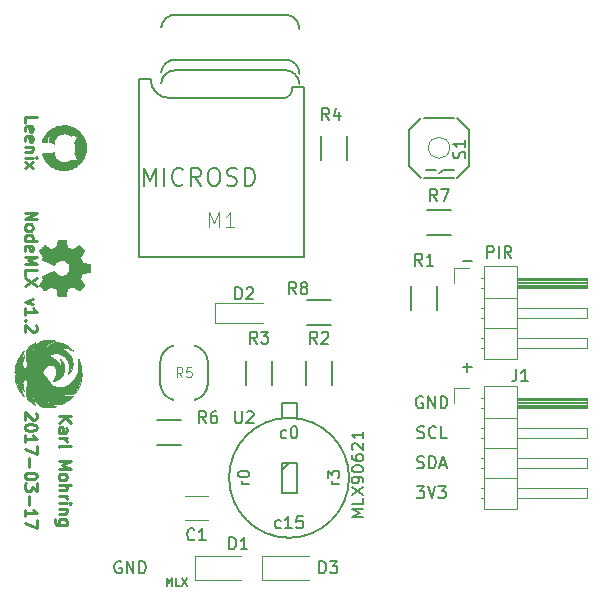
<source format=gto>
G04 #@! TF.FileFunction,Legend,Top*
%FSLAX46Y46*%
G04 Gerber Fmt 4.6, Leading zero omitted, Abs format (unit mm)*
G04 Created by KiCad (PCBNEW 4.0.5) date 04/16/17 14:29:44*
%MOMM*%
%LPD*%
G01*
G04 APERTURE LIST*
%ADD10C,0.100000*%
%ADD11C,0.250000*%
%ADD12C,0.200000*%
%ADD13C,0.120000*%
%ADD14C,0.150000*%
%ADD15C,0.203200*%
%ADD16C,0.127000*%
%ADD17C,0.101600*%
%ADD18C,0.010000*%
%ADD19C,0.076200*%
G04 APERTURE END LIST*
D10*
D11*
X19547619Y-28357143D02*
X19547619Y-27880952D01*
X20547619Y-27880952D01*
X19595238Y-29071429D02*
X19547619Y-28976191D01*
X19547619Y-28785714D01*
X19595238Y-28690476D01*
X19690476Y-28642857D01*
X20071429Y-28642857D01*
X20166667Y-28690476D01*
X20214286Y-28785714D01*
X20214286Y-28976191D01*
X20166667Y-29071429D01*
X20071429Y-29119048D01*
X19976190Y-29119048D01*
X19880952Y-28642857D01*
X19595238Y-29928572D02*
X19547619Y-29833334D01*
X19547619Y-29642857D01*
X19595238Y-29547619D01*
X19690476Y-29500000D01*
X20071429Y-29500000D01*
X20166667Y-29547619D01*
X20214286Y-29642857D01*
X20214286Y-29833334D01*
X20166667Y-29928572D01*
X20071429Y-29976191D01*
X19976190Y-29976191D01*
X19880952Y-29500000D01*
X20214286Y-30404762D02*
X19547619Y-30404762D01*
X20119048Y-30404762D02*
X20166667Y-30452381D01*
X20214286Y-30547619D01*
X20214286Y-30690477D01*
X20166667Y-30785715D01*
X20071429Y-30833334D01*
X19547619Y-30833334D01*
X19547619Y-31309524D02*
X20214286Y-31309524D01*
X20547619Y-31309524D02*
X20500000Y-31261905D01*
X20452381Y-31309524D01*
X20500000Y-31357143D01*
X20547619Y-31309524D01*
X20452381Y-31309524D01*
X19547619Y-31690476D02*
X20214286Y-32214286D01*
X20214286Y-31690476D02*
X19547619Y-32214286D01*
X20452381Y-52927857D02*
X20500000Y-52975476D01*
X20547619Y-53070714D01*
X20547619Y-53308810D01*
X20500000Y-53404048D01*
X20452381Y-53451667D01*
X20357143Y-53499286D01*
X20261905Y-53499286D01*
X20119048Y-53451667D01*
X19547619Y-52880238D01*
X19547619Y-53499286D01*
X20547619Y-54118333D02*
X20547619Y-54213572D01*
X20500000Y-54308810D01*
X20452381Y-54356429D01*
X20357143Y-54404048D01*
X20166667Y-54451667D01*
X19928571Y-54451667D01*
X19738095Y-54404048D01*
X19642857Y-54356429D01*
X19595238Y-54308810D01*
X19547619Y-54213572D01*
X19547619Y-54118333D01*
X19595238Y-54023095D01*
X19642857Y-53975476D01*
X19738095Y-53927857D01*
X19928571Y-53880238D01*
X20166667Y-53880238D01*
X20357143Y-53927857D01*
X20452381Y-53975476D01*
X20500000Y-54023095D01*
X20547619Y-54118333D01*
X19547619Y-55404048D02*
X19547619Y-54832619D01*
X19547619Y-55118333D02*
X20547619Y-55118333D01*
X20404762Y-55023095D01*
X20309524Y-54927857D01*
X20261905Y-54832619D01*
X20547619Y-55737381D02*
X20547619Y-56404048D01*
X19547619Y-55975476D01*
X19928571Y-56785000D02*
X19928571Y-57546905D01*
X20547619Y-58213571D02*
X20547619Y-58308810D01*
X20500000Y-58404048D01*
X20452381Y-58451667D01*
X20357143Y-58499286D01*
X20166667Y-58546905D01*
X19928571Y-58546905D01*
X19738095Y-58499286D01*
X19642857Y-58451667D01*
X19595238Y-58404048D01*
X19547619Y-58308810D01*
X19547619Y-58213571D01*
X19595238Y-58118333D01*
X19642857Y-58070714D01*
X19738095Y-58023095D01*
X19928571Y-57975476D01*
X20166667Y-57975476D01*
X20357143Y-58023095D01*
X20452381Y-58070714D01*
X20500000Y-58118333D01*
X20547619Y-58213571D01*
X20547619Y-58880238D02*
X20547619Y-59499286D01*
X20166667Y-59165952D01*
X20166667Y-59308810D01*
X20119048Y-59404048D01*
X20071429Y-59451667D01*
X19976190Y-59499286D01*
X19738095Y-59499286D01*
X19642857Y-59451667D01*
X19595238Y-59404048D01*
X19547619Y-59308810D01*
X19547619Y-59023095D01*
X19595238Y-58927857D01*
X19642857Y-58880238D01*
X19928571Y-59927857D02*
X19928571Y-60689762D01*
X19547619Y-61689762D02*
X19547619Y-61118333D01*
X19547619Y-61404047D02*
X20547619Y-61404047D01*
X20404762Y-61308809D01*
X20309524Y-61213571D01*
X20261905Y-61118333D01*
X20547619Y-62023095D02*
X20547619Y-62689762D01*
X19547619Y-62261190D01*
X22407619Y-53189761D02*
X23407619Y-53189761D01*
X22407619Y-53761190D02*
X22979048Y-53332618D01*
X23407619Y-53761190D02*
X22836190Y-53189761D01*
X22407619Y-54618333D02*
X22931429Y-54618333D01*
X23026667Y-54570714D01*
X23074286Y-54475476D01*
X23074286Y-54284999D01*
X23026667Y-54189761D01*
X22455238Y-54618333D02*
X22407619Y-54523095D01*
X22407619Y-54284999D01*
X22455238Y-54189761D01*
X22550476Y-54142142D01*
X22645714Y-54142142D01*
X22740952Y-54189761D01*
X22788571Y-54284999D01*
X22788571Y-54523095D01*
X22836190Y-54618333D01*
X22407619Y-55094523D02*
X23074286Y-55094523D01*
X22883810Y-55094523D02*
X22979048Y-55142142D01*
X23026667Y-55189761D01*
X23074286Y-55284999D01*
X23074286Y-55380238D01*
X22407619Y-55856428D02*
X22455238Y-55761190D01*
X22550476Y-55713571D01*
X23407619Y-55713571D01*
X22407619Y-56999286D02*
X23407619Y-56999286D01*
X22693333Y-57332620D01*
X23407619Y-57665953D01*
X22407619Y-57665953D01*
X22407619Y-58285000D02*
X22455238Y-58189762D01*
X22502857Y-58142143D01*
X22598095Y-58094524D01*
X22883810Y-58094524D01*
X22979048Y-58142143D01*
X23026667Y-58189762D01*
X23074286Y-58285000D01*
X23074286Y-58427858D01*
X23026667Y-58523096D01*
X22979048Y-58570715D01*
X22883810Y-58618334D01*
X22598095Y-58618334D01*
X22502857Y-58570715D01*
X22455238Y-58523096D01*
X22407619Y-58427858D01*
X22407619Y-58285000D01*
X22407619Y-59046905D02*
X23407619Y-59046905D01*
X22407619Y-59475477D02*
X22931429Y-59475477D01*
X23026667Y-59427858D01*
X23074286Y-59332620D01*
X23074286Y-59189762D01*
X23026667Y-59094524D01*
X22979048Y-59046905D01*
X22407619Y-59951667D02*
X23074286Y-59951667D01*
X22883810Y-59951667D02*
X22979048Y-59999286D01*
X23026667Y-60046905D01*
X23074286Y-60142143D01*
X23074286Y-60237382D01*
X22407619Y-60570715D02*
X23074286Y-60570715D01*
X23407619Y-60570715D02*
X23360000Y-60523096D01*
X23312381Y-60570715D01*
X23360000Y-60618334D01*
X23407619Y-60570715D01*
X23312381Y-60570715D01*
X23074286Y-61046905D02*
X22407619Y-61046905D01*
X22979048Y-61046905D02*
X23026667Y-61094524D01*
X23074286Y-61189762D01*
X23074286Y-61332620D01*
X23026667Y-61427858D01*
X22931429Y-61475477D01*
X22407619Y-61475477D01*
X23074286Y-62380239D02*
X22264762Y-62380239D01*
X22169524Y-62332620D01*
X22121905Y-62285001D01*
X22074286Y-62189762D01*
X22074286Y-62046905D01*
X22121905Y-61951667D01*
X22455238Y-62380239D02*
X22407619Y-62285001D01*
X22407619Y-62094524D01*
X22455238Y-61999286D01*
X22502857Y-61951667D01*
X22598095Y-61904048D01*
X22883810Y-61904048D01*
X22979048Y-61951667D01*
X23026667Y-61999286D01*
X23074286Y-62094524D01*
X23074286Y-62285001D01*
X23026667Y-62380239D01*
X19547619Y-35976190D02*
X20547619Y-35976190D01*
X19547619Y-36547619D01*
X20547619Y-36547619D01*
X19547619Y-37166666D02*
X19595238Y-37071428D01*
X19642857Y-37023809D01*
X19738095Y-36976190D01*
X20023810Y-36976190D01*
X20119048Y-37023809D01*
X20166667Y-37071428D01*
X20214286Y-37166666D01*
X20214286Y-37309524D01*
X20166667Y-37404762D01*
X20119048Y-37452381D01*
X20023810Y-37500000D01*
X19738095Y-37500000D01*
X19642857Y-37452381D01*
X19595238Y-37404762D01*
X19547619Y-37309524D01*
X19547619Y-37166666D01*
X19547619Y-38357143D02*
X20547619Y-38357143D01*
X19595238Y-38357143D02*
X19547619Y-38261905D01*
X19547619Y-38071428D01*
X19595238Y-37976190D01*
X19642857Y-37928571D01*
X19738095Y-37880952D01*
X20023810Y-37880952D01*
X20119048Y-37928571D01*
X20166667Y-37976190D01*
X20214286Y-38071428D01*
X20214286Y-38261905D01*
X20166667Y-38357143D01*
X19595238Y-39214286D02*
X19547619Y-39119048D01*
X19547619Y-38928571D01*
X19595238Y-38833333D01*
X19690476Y-38785714D01*
X20071429Y-38785714D01*
X20166667Y-38833333D01*
X20214286Y-38928571D01*
X20214286Y-39119048D01*
X20166667Y-39214286D01*
X20071429Y-39261905D01*
X19976190Y-39261905D01*
X19880952Y-38785714D01*
X19547619Y-39690476D02*
X20547619Y-39690476D01*
X19833333Y-40023810D01*
X20547619Y-40357143D01*
X19547619Y-40357143D01*
X19547619Y-41309524D02*
X19547619Y-40833333D01*
X20547619Y-40833333D01*
X20547619Y-41547619D02*
X19547619Y-42214286D01*
X20547619Y-42214286D02*
X19547619Y-41547619D01*
X20214286Y-43261905D02*
X19547619Y-43500000D01*
X20214286Y-43738096D01*
X19547619Y-44642858D02*
X19547619Y-44071429D01*
X19547619Y-44357143D02*
X20547619Y-44357143D01*
X20404762Y-44261905D01*
X20309524Y-44166667D01*
X20261905Y-44071429D01*
X19642857Y-45071429D02*
X19595238Y-45119048D01*
X19547619Y-45071429D01*
X19595238Y-45023810D01*
X19642857Y-45071429D01*
X19547619Y-45071429D01*
X20452381Y-45500000D02*
X20500000Y-45547619D01*
X20547619Y-45642857D01*
X20547619Y-45880953D01*
X20500000Y-45976191D01*
X20452381Y-46023810D01*
X20357143Y-46071429D01*
X20261905Y-46071429D01*
X20119048Y-46023810D01*
X19547619Y-45452381D01*
X19547619Y-46071429D01*
D12*
X56619048Y-40071429D02*
X57380953Y-40071429D01*
X56619048Y-49071429D02*
X57380953Y-49071429D01*
X57000001Y-49452381D02*
X57000001Y-48690476D01*
X53213096Y-51570000D02*
X53117858Y-51522381D01*
X52975001Y-51522381D01*
X52832143Y-51570000D01*
X52736905Y-51665238D01*
X52689286Y-51760476D01*
X52641667Y-51950952D01*
X52641667Y-52093810D01*
X52689286Y-52284286D01*
X52736905Y-52379524D01*
X52832143Y-52474762D01*
X52975001Y-52522381D01*
X53070239Y-52522381D01*
X53213096Y-52474762D01*
X53260715Y-52427143D01*
X53260715Y-52093810D01*
X53070239Y-52093810D01*
X53689286Y-52522381D02*
X53689286Y-51522381D01*
X54260715Y-52522381D01*
X54260715Y-51522381D01*
X54736905Y-52522381D02*
X54736905Y-51522381D01*
X54975000Y-51522381D01*
X55117858Y-51570000D01*
X55213096Y-51665238D01*
X55260715Y-51760476D01*
X55308334Y-51950952D01*
X55308334Y-52093810D01*
X55260715Y-52284286D01*
X55213096Y-52379524D01*
X55117858Y-52474762D01*
X54975000Y-52522381D01*
X54736905Y-52522381D01*
X52784524Y-55014762D02*
X52927381Y-55062381D01*
X53165477Y-55062381D01*
X53260715Y-55014762D01*
X53308334Y-54967143D01*
X53355953Y-54871905D01*
X53355953Y-54776667D01*
X53308334Y-54681429D01*
X53260715Y-54633810D01*
X53165477Y-54586190D01*
X52975000Y-54538571D01*
X52879762Y-54490952D01*
X52832143Y-54443333D01*
X52784524Y-54348095D01*
X52784524Y-54252857D01*
X52832143Y-54157619D01*
X52879762Y-54110000D01*
X52975000Y-54062381D01*
X53213096Y-54062381D01*
X53355953Y-54110000D01*
X54355953Y-54967143D02*
X54308334Y-55014762D01*
X54165477Y-55062381D01*
X54070239Y-55062381D01*
X53927381Y-55014762D01*
X53832143Y-54919524D01*
X53784524Y-54824286D01*
X53736905Y-54633810D01*
X53736905Y-54490952D01*
X53784524Y-54300476D01*
X53832143Y-54205238D01*
X53927381Y-54110000D01*
X54070239Y-54062381D01*
X54165477Y-54062381D01*
X54308334Y-54110000D01*
X54355953Y-54157619D01*
X55260715Y-55062381D02*
X54784524Y-55062381D01*
X54784524Y-54062381D01*
X52760714Y-57554762D02*
X52903571Y-57602381D01*
X53141667Y-57602381D01*
X53236905Y-57554762D01*
X53284524Y-57507143D01*
X53332143Y-57411905D01*
X53332143Y-57316667D01*
X53284524Y-57221429D01*
X53236905Y-57173810D01*
X53141667Y-57126190D01*
X52951190Y-57078571D01*
X52855952Y-57030952D01*
X52808333Y-56983333D01*
X52760714Y-56888095D01*
X52760714Y-56792857D01*
X52808333Y-56697619D01*
X52855952Y-56650000D01*
X52951190Y-56602381D01*
X53189286Y-56602381D01*
X53332143Y-56650000D01*
X53760714Y-57602381D02*
X53760714Y-56602381D01*
X53998809Y-56602381D01*
X54141667Y-56650000D01*
X54236905Y-56745238D01*
X54284524Y-56840476D01*
X54332143Y-57030952D01*
X54332143Y-57173810D01*
X54284524Y-57364286D01*
X54236905Y-57459524D01*
X54141667Y-57554762D01*
X53998809Y-57602381D01*
X53760714Y-57602381D01*
X54713095Y-57316667D02*
X55189286Y-57316667D01*
X54617857Y-57602381D02*
X54951190Y-56602381D01*
X55284524Y-57602381D01*
X52736905Y-59142381D02*
X53355953Y-59142381D01*
X53022619Y-59523333D01*
X53165477Y-59523333D01*
X53260715Y-59570952D01*
X53308334Y-59618571D01*
X53355953Y-59713810D01*
X53355953Y-59951905D01*
X53308334Y-60047143D01*
X53260715Y-60094762D01*
X53165477Y-60142381D01*
X52879762Y-60142381D01*
X52784524Y-60094762D01*
X52736905Y-60047143D01*
X53641667Y-59142381D02*
X53975000Y-60142381D01*
X54308334Y-59142381D01*
X54546429Y-59142381D02*
X55165477Y-59142381D01*
X54832143Y-59523333D01*
X54975001Y-59523333D01*
X55070239Y-59570952D01*
X55117858Y-59618571D01*
X55165477Y-59713810D01*
X55165477Y-59951905D01*
X55117858Y-60047143D01*
X55070239Y-60094762D01*
X54975001Y-60142381D01*
X54689286Y-60142381D01*
X54594048Y-60094762D01*
X54546429Y-60047143D01*
D13*
X33945000Y-65040000D02*
X33945000Y-67040000D01*
X33945000Y-67040000D02*
X37845000Y-67040000D01*
X33945000Y-65040000D02*
X37845000Y-65040000D01*
X58430000Y-40520000D02*
X58430000Y-43180000D01*
X58430000Y-43180000D02*
X61170000Y-43180000D01*
X61170000Y-43180000D02*
X61170000Y-40520000D01*
X61170000Y-40520000D02*
X58430000Y-40520000D01*
X61170000Y-41470000D02*
X61170000Y-42350000D01*
X61170000Y-42350000D02*
X67170000Y-42350000D01*
X67170000Y-42350000D02*
X67170000Y-41470000D01*
X67170000Y-41470000D02*
X61170000Y-41470000D01*
X58120000Y-41470000D02*
X58430000Y-41470000D01*
X58120000Y-42350000D02*
X58430000Y-42350000D01*
X61170000Y-41590000D02*
X67170000Y-41590000D01*
X61170000Y-41710000D02*
X67170000Y-41710000D01*
X61170000Y-41830000D02*
X67170000Y-41830000D01*
X61170000Y-41950000D02*
X67170000Y-41950000D01*
X61170000Y-42070000D02*
X67170000Y-42070000D01*
X61170000Y-42190000D02*
X67170000Y-42190000D01*
X61170000Y-42310000D02*
X67170000Y-42310000D01*
X58430000Y-43180000D02*
X58430000Y-45720000D01*
X58430000Y-45720000D02*
X61170000Y-45720000D01*
X61170000Y-45720000D02*
X61170000Y-43180000D01*
X61170000Y-43180000D02*
X58430000Y-43180000D01*
X61170000Y-44010000D02*
X61170000Y-44890000D01*
X61170000Y-44890000D02*
X67170000Y-44890000D01*
X67170000Y-44890000D02*
X67170000Y-44010000D01*
X67170000Y-44010000D02*
X61170000Y-44010000D01*
X58120000Y-44010000D02*
X58430000Y-44010000D01*
X58120000Y-44890000D02*
X58430000Y-44890000D01*
X58430000Y-45720000D02*
X58430000Y-48380000D01*
X58430000Y-48380000D02*
X61170000Y-48380000D01*
X61170000Y-48380000D02*
X61170000Y-45720000D01*
X61170000Y-45720000D02*
X58430000Y-45720000D01*
X61170000Y-46550000D02*
X61170000Y-47430000D01*
X61170000Y-47430000D02*
X67170000Y-47430000D01*
X67170000Y-47430000D02*
X67170000Y-46550000D01*
X67170000Y-46550000D02*
X61170000Y-46550000D01*
X58120000Y-46550000D02*
X58430000Y-46550000D01*
X58120000Y-47430000D02*
X58430000Y-47430000D01*
X55880000Y-41910000D02*
X55880000Y-40640000D01*
X55880000Y-40640000D02*
X57150000Y-40640000D01*
D14*
X54415000Y-42180000D02*
X54415000Y-44180000D01*
X52265000Y-44180000D02*
X52265000Y-42180000D01*
D13*
X33060000Y-61985000D02*
X35060000Y-61985000D01*
X35060000Y-59935000D02*
X33060000Y-59935000D01*
D14*
X43375000Y-50530000D02*
X43375000Y-48530000D01*
X45525000Y-48530000D02*
X45525000Y-50530000D01*
X38295000Y-50530000D02*
X38295000Y-48530000D01*
X40445000Y-48530000D02*
X40445000Y-50530000D01*
X46795000Y-29480000D02*
X46795000Y-31480000D01*
X44645000Y-31480000D02*
X44645000Y-29480000D01*
X32750000Y-55685000D02*
X30750000Y-55685000D01*
X30750000Y-53535000D02*
X32750000Y-53535000D01*
X46989998Y-58420000D02*
G75*
G03X46989998Y-58420000I-5080001J0D01*
G01*
X41909997Y-57149999D02*
X41274997Y-57785000D01*
X41274997Y-57149999D02*
X41909997Y-57149999D01*
X41274997Y-57785000D02*
X41274997Y-57149999D01*
X41274997Y-57785000D02*
X41909997Y-57149999D01*
X42544997Y-59690000D02*
X41274997Y-59690000D01*
X42544997Y-57149999D02*
X42544997Y-59690000D01*
X41274997Y-57149999D02*
X42544997Y-57149999D01*
X41274997Y-59690000D02*
X41274997Y-57149999D01*
X42544997Y-52070000D02*
X41274997Y-52070000D01*
X42544997Y-53340000D02*
X42544997Y-52070000D01*
X41274997Y-53340000D02*
X41274997Y-52070000D01*
D15*
X35018980Y-48531780D02*
X35018980Y-50528220D01*
X31021020Y-50528220D02*
X31021020Y-48531780D01*
X35019465Y-48529752D02*
G75*
G03X33919160Y-47231300I-1435585J-101088D01*
G01*
X31020535Y-50530248D02*
G75*
G03X32120840Y-51828700I1435585J101088D01*
G01*
X33920948Y-51827627D02*
G75*
G03X35018980Y-50528220I-337068J1398467D01*
G01*
X32119052Y-47232373D02*
G75*
G03X31021020Y-48531780I337068J-1398467D01*
G01*
D16*
X30180280Y-24671020D02*
X29182060Y-24671020D01*
X29182060Y-24671020D02*
X29182060Y-39771320D01*
X29182060Y-39771320D02*
X43180000Y-39771320D01*
X43180000Y-39771320D02*
X43180000Y-25369520D01*
X43180000Y-25369520D02*
X42181780Y-25369520D01*
X41480740Y-26271220D02*
X31780480Y-26271220D01*
X41582340Y-23911560D02*
X32382460Y-23911560D01*
X41582340Y-23009860D02*
X32382460Y-23009860D01*
X41582340Y-19210020D02*
X32382460Y-19210020D01*
X41483280Y-26271220D02*
G75*
G03X42181780Y-25369520I-101600J800100D01*
G01*
X30180280Y-24671020D02*
G75*
G03X31780480Y-26271220I1600200J0D01*
G01*
X42781220Y-25110440D02*
G75*
G03X41582340Y-23911560I-1198880J0D01*
G01*
X32379920Y-23911560D02*
G75*
G03X31081980Y-25011380I-99060J-1198880D01*
G01*
X42783760Y-24211280D02*
G75*
G03X41582340Y-23009860I-1201420J0D01*
G01*
X32382460Y-23012400D02*
G75*
G03X31081980Y-24109680I-101600J-1198880D01*
G01*
X42783760Y-20411440D02*
G75*
G03X41582340Y-19210020I-1201420J0D01*
G01*
X32382460Y-19212560D02*
G75*
G03X31081980Y-20309840I-101600J-1198880D01*
G01*
D14*
X55610000Y-37905000D02*
X53610000Y-37905000D01*
X53610000Y-35755000D02*
X55610000Y-35755000D01*
X43450000Y-43375000D02*
X45450000Y-43375000D01*
X45450000Y-45525000D02*
X43450000Y-45525000D01*
D15*
X52070000Y-28940760D02*
X53070760Y-27940000D01*
X53370480Y-27940000D02*
X55880000Y-27940000D01*
X56149240Y-27940000D02*
X57150000Y-28940760D01*
X57150000Y-28940760D02*
X57150000Y-32019240D01*
X57150000Y-32019240D02*
X56149240Y-33020000D01*
X55849520Y-33020000D02*
X53370480Y-33020000D01*
X53070760Y-33020000D02*
X52070000Y-32019240D01*
X52070000Y-32019240D02*
X52070000Y-28940760D01*
D16*
X55880000Y-32385000D02*
X55054500Y-32385000D01*
X55054500Y-32385000D02*
X54602380Y-32639000D01*
X54381400Y-32385000D02*
X53497480Y-32385000D01*
D17*
X55508026Y-30480000D02*
G75*
G03X55508026Y-30480000I-898026J0D01*
G01*
D13*
X58430000Y-50680000D02*
X58430000Y-53340000D01*
X58430000Y-53340000D02*
X61170000Y-53340000D01*
X61170000Y-53340000D02*
X61170000Y-50680000D01*
X61170000Y-50680000D02*
X58430000Y-50680000D01*
X61170000Y-51630000D02*
X61170000Y-52510000D01*
X61170000Y-52510000D02*
X67170000Y-52510000D01*
X67170000Y-52510000D02*
X67170000Y-51630000D01*
X67170000Y-51630000D02*
X61170000Y-51630000D01*
X58120000Y-51630000D02*
X58430000Y-51630000D01*
X58120000Y-52510000D02*
X58430000Y-52510000D01*
X61170000Y-51750000D02*
X67170000Y-51750000D01*
X61170000Y-51870000D02*
X67170000Y-51870000D01*
X61170000Y-51990000D02*
X67170000Y-51990000D01*
X61170000Y-52110000D02*
X67170000Y-52110000D01*
X61170000Y-52230000D02*
X67170000Y-52230000D01*
X61170000Y-52350000D02*
X67170000Y-52350000D01*
X61170000Y-52470000D02*
X67170000Y-52470000D01*
X58430000Y-53340000D02*
X58430000Y-55880000D01*
X58430000Y-55880000D02*
X61170000Y-55880000D01*
X61170000Y-55880000D02*
X61170000Y-53340000D01*
X61170000Y-53340000D02*
X58430000Y-53340000D01*
X61170000Y-54170000D02*
X61170000Y-55050000D01*
X61170000Y-55050000D02*
X67170000Y-55050000D01*
X67170000Y-55050000D02*
X67170000Y-54170000D01*
X67170000Y-54170000D02*
X61170000Y-54170000D01*
X58120000Y-54170000D02*
X58430000Y-54170000D01*
X58120000Y-55050000D02*
X58430000Y-55050000D01*
X58430000Y-55880000D02*
X58430000Y-58420000D01*
X58430000Y-58420000D02*
X61170000Y-58420000D01*
X61170000Y-58420000D02*
X61170000Y-55880000D01*
X61170000Y-55880000D02*
X58430000Y-55880000D01*
X61170000Y-56710000D02*
X61170000Y-57590000D01*
X61170000Y-57590000D02*
X67170000Y-57590000D01*
X67170000Y-57590000D02*
X67170000Y-56710000D01*
X67170000Y-56710000D02*
X61170000Y-56710000D01*
X58120000Y-56710000D02*
X58430000Y-56710000D01*
X58120000Y-57590000D02*
X58430000Y-57590000D01*
X58430000Y-58420000D02*
X58430000Y-61080000D01*
X58430000Y-61080000D02*
X61170000Y-61080000D01*
X61170000Y-61080000D02*
X61170000Y-58420000D01*
X61170000Y-58420000D02*
X58430000Y-58420000D01*
X61170000Y-59250000D02*
X61170000Y-60130000D01*
X61170000Y-60130000D02*
X67170000Y-60130000D01*
X67170000Y-60130000D02*
X67170000Y-59250000D01*
X67170000Y-59250000D02*
X61170000Y-59250000D01*
X58120000Y-59250000D02*
X58430000Y-59250000D01*
X58120000Y-60130000D02*
X58430000Y-60130000D01*
X55880000Y-52070000D02*
X55880000Y-50800000D01*
X55880000Y-50800000D02*
X57150000Y-50800000D01*
X35600000Y-43600000D02*
X35600000Y-45300000D01*
X35650000Y-45300000D02*
X39700000Y-45300000D01*
X35650000Y-43600000D02*
X39700000Y-43600000D01*
X39660000Y-65040000D02*
X39660000Y-67040000D01*
X39660000Y-67040000D02*
X43560000Y-67040000D01*
X39660000Y-65040000D02*
X43560000Y-65040000D01*
D18*
G36*
X24704975Y-30588015D02*
X24689961Y-30739790D01*
X24662818Y-30890322D01*
X24623578Y-31038904D01*
X24572278Y-31184828D01*
X24525007Y-31294024D01*
X24455994Y-31426198D01*
X24376330Y-31552131D01*
X24286725Y-31671256D01*
X24187888Y-31783007D01*
X24080531Y-31886819D01*
X23965362Y-31982124D01*
X23843093Y-32068357D01*
X23714433Y-32144951D01*
X23580092Y-32211341D01*
X23440780Y-32266959D01*
X23297208Y-32311240D01*
X23228300Y-32328010D01*
X23135504Y-32345588D01*
X23035520Y-32358985D01*
X22932143Y-32367950D01*
X22829168Y-32372233D01*
X22730390Y-32371583D01*
X22646348Y-32366401D01*
X22490921Y-32345640D01*
X22339476Y-32312947D01*
X22192494Y-32268598D01*
X22050455Y-32212870D01*
X21913841Y-32146040D01*
X21783133Y-32068383D01*
X21658811Y-31980175D01*
X21541358Y-31881694D01*
X21431254Y-31773215D01*
X21328980Y-31655015D01*
X21268238Y-31574922D01*
X21235031Y-31526480D01*
X21201561Y-31473375D01*
X21168580Y-31417160D01*
X21136836Y-31359383D01*
X21107081Y-31301596D01*
X21080064Y-31245348D01*
X21056535Y-31192191D01*
X21037244Y-31143673D01*
X21022941Y-31101345D01*
X21014377Y-31066757D01*
X21012160Y-31045625D01*
X21017794Y-31015000D01*
X21032875Y-30986192D01*
X21052292Y-30966226D01*
X21056591Y-30963324D01*
X21061638Y-30960867D01*
X21068498Y-30958806D01*
X21078235Y-30957090D01*
X21091917Y-30955668D01*
X21110608Y-30954491D01*
X21135374Y-30953507D01*
X21167280Y-30952667D01*
X21207392Y-30951920D01*
X21256775Y-30951215D01*
X21316494Y-30950502D01*
X21387615Y-30949731D01*
X21404717Y-30949550D01*
X21479714Y-30948724D01*
X21543143Y-30947925D01*
X21596140Y-30947108D01*
X21639836Y-30946227D01*
X21675364Y-30945236D01*
X21703859Y-30944091D01*
X21726452Y-30942745D01*
X21744278Y-30941153D01*
X21758469Y-30939269D01*
X21770158Y-30937048D01*
X21780479Y-30934444D01*
X21780500Y-30934438D01*
X21842110Y-30913113D01*
X21897886Y-30885828D01*
X21940433Y-30857404D01*
X21976541Y-30829043D01*
X21980404Y-30859309D01*
X21985235Y-30891101D01*
X21992479Y-30931298D01*
X22001331Y-30976022D01*
X22010983Y-31021392D01*
X22020630Y-31063529D01*
X22029467Y-31098552D01*
X22031985Y-31107599D01*
X22045882Y-31149987D01*
X22064290Y-31197624D01*
X22085255Y-31245972D01*
X22106823Y-31290498D01*
X22124646Y-31322742D01*
X22177773Y-31399012D01*
X22239988Y-31466588D01*
X22311003Y-31525339D01*
X22390528Y-31575135D01*
X22478274Y-31615847D01*
X22573952Y-31647342D01*
X22677273Y-31669493D01*
X22787947Y-31682168D01*
X22905685Y-31685237D01*
X22928848Y-31684723D01*
X22986461Y-31682209D01*
X23034908Y-31677995D01*
X23077681Y-31671439D01*
X23118268Y-31661899D01*
X23160160Y-31648733D01*
X23195749Y-31635626D01*
X23243635Y-31614293D01*
X23294072Y-31586911D01*
X23342174Y-31556367D01*
X23383052Y-31525546D01*
X23385088Y-31523819D01*
X23419944Y-31494041D01*
X23452710Y-31504022D01*
X23529869Y-31521539D01*
X23612566Y-31529285D01*
X23698218Y-31527248D01*
X23784240Y-31515419D01*
X23827927Y-31505481D01*
X23856532Y-31497577D01*
X23882393Y-31489592D01*
X23901751Y-31482725D01*
X23908304Y-31479838D01*
X23918114Y-31473982D01*
X23923653Y-31466872D01*
X23926138Y-31455035D01*
X23926784Y-31434999D01*
X23926800Y-31427002D01*
X23921811Y-31369751D01*
X23907033Y-31305529D01*
X23882754Y-31235096D01*
X23849261Y-31159212D01*
X23806842Y-31078638D01*
X23774522Y-31023953D01*
X23730897Y-30953075D01*
X23743031Y-30902275D01*
X23760512Y-30818264D01*
X23774848Y-30727407D01*
X23785458Y-30634571D01*
X23791763Y-30544623D01*
X23793319Y-30480000D01*
X23791544Y-30412450D01*
X23786517Y-30338592D01*
X23778689Y-30262198D01*
X23768510Y-30187040D01*
X23756429Y-30116892D01*
X23742898Y-30055526D01*
X23742499Y-30053957D01*
X23729998Y-30004996D01*
X23768812Y-29943242D01*
X23795738Y-29897857D01*
X23822972Y-29847397D01*
X23849025Y-29794985D01*
X23872404Y-29743745D01*
X23891620Y-29696803D01*
X23905065Y-29657675D01*
X23916185Y-29612873D01*
X23921661Y-29569924D01*
X23922796Y-29540882D01*
X23923625Y-29481240D01*
X23888700Y-29469049D01*
X23817147Y-29448489D01*
X23741795Y-29434860D01*
X23665392Y-29428253D01*
X23590687Y-29428764D01*
X23520430Y-29436486D01*
X23457369Y-29451512D01*
X23449606Y-29454088D01*
X23422893Y-29463292D01*
X23393041Y-29438299D01*
X23320421Y-29385514D01*
X23239784Y-29341551D01*
X23152914Y-29307155D01*
X23061596Y-29283074D01*
X22997849Y-29272970D01*
X22935029Y-29268718D01*
X22863977Y-29269138D01*
X22788135Y-29273901D01*
X22710946Y-29282680D01*
X22635853Y-29295146D01*
X22566297Y-29310971D01*
X22549010Y-29315750D01*
X22504382Y-29330855D01*
X22454605Y-29351369D01*
X22404271Y-29375148D01*
X22357973Y-29400046D01*
X22326265Y-29419778D01*
X22256044Y-29475122D01*
X22193185Y-29540721D01*
X22137769Y-29616420D01*
X22089880Y-29702065D01*
X22049599Y-29797505D01*
X22017009Y-29902585D01*
X21992191Y-30017153D01*
X21986347Y-30052871D01*
X21974685Y-30129482D01*
X21945855Y-30103836D01*
X21911317Y-30078567D01*
X21867569Y-30055072D01*
X21818103Y-30035029D01*
X21777556Y-30022813D01*
X21753451Y-30016215D01*
X21734142Y-30010085D01*
X21722937Y-30005502D01*
X21721689Y-30004628D01*
X21715416Y-29993728D01*
X21707571Y-29973433D01*
X21699062Y-29946805D01*
X21690802Y-29916904D01*
X21683701Y-29886790D01*
X21678817Y-29860512D01*
X21673977Y-29790256D01*
X21681033Y-29722808D01*
X21699787Y-29659156D01*
X21730042Y-29600288D01*
X21730983Y-29598827D01*
X21759487Y-29560857D01*
X21795233Y-29524621D01*
X21840084Y-29488393D01*
X21880059Y-29460688D01*
X21938602Y-29416766D01*
X21987455Y-29368706D01*
X22025995Y-29317463D01*
X22053596Y-29263992D01*
X22069635Y-29209246D01*
X22073721Y-29164743D01*
X22071003Y-29128396D01*
X22063023Y-29102325D01*
X22050042Y-29087095D01*
X22036106Y-29083097D01*
X22025694Y-29087576D01*
X22010390Y-29099365D01*
X21993077Y-29115729D01*
X21976638Y-29133935D01*
X21963954Y-29151250D01*
X21963572Y-29151876D01*
X21933874Y-29194657D01*
X21898488Y-29233471D01*
X21855863Y-29269564D01*
X21804444Y-29304180D01*
X21742678Y-29338565D01*
X21710975Y-29354352D01*
X21673769Y-29372556D01*
X21645559Y-29387156D01*
X21623787Y-29399823D01*
X21605898Y-29412229D01*
X21589333Y-29426045D01*
X21571537Y-29442945D01*
X21563977Y-29450466D01*
X21517754Y-29505713D01*
X21481259Y-29569020D01*
X21454669Y-29640075D01*
X21453282Y-29644975D01*
X21447349Y-29674711D01*
X21442912Y-29713843D01*
X21440050Y-29759143D01*
X21438838Y-29807387D01*
X21439354Y-29855349D01*
X21441673Y-29899802D01*
X21445873Y-29937522D01*
X21446268Y-29940002D01*
X21450351Y-29965882D01*
X21453316Y-29986449D01*
X21454779Y-29998920D01*
X21454781Y-30001355D01*
X21448353Y-30001747D01*
X21430805Y-30002237D01*
X21403718Y-30002796D01*
X21368670Y-30003396D01*
X21327241Y-30004008D01*
X21281012Y-30004603D01*
X21266150Y-30004777D01*
X21212273Y-30005357D01*
X21169575Y-30005669D01*
X21136541Y-30005635D01*
X21111651Y-30005178D01*
X21093389Y-30004219D01*
X21080236Y-30002680D01*
X21070674Y-30000484D01*
X21063186Y-29997552D01*
X21056600Y-29994008D01*
X21033202Y-29973448D01*
X21017899Y-29945189D01*
X21012471Y-29912556D01*
X21012477Y-29911675D01*
X21014825Y-29894307D01*
X21020840Y-29869436D01*
X21029425Y-29841333D01*
X21033704Y-29829125D01*
X21092009Y-29688174D01*
X21162208Y-29551143D01*
X21243916Y-29418715D01*
X21336744Y-29291578D01*
X21337265Y-29290919D01*
X21366725Y-29255714D01*
X21403478Y-29214922D01*
X21445095Y-29170986D01*
X21489149Y-29126351D01*
X21533213Y-29083462D01*
X21574859Y-29044762D01*
X21611660Y-29012697D01*
X21621750Y-29004450D01*
X21691422Y-28951942D01*
X21769350Y-28898986D01*
X21851453Y-28848157D01*
X21933652Y-28802028D01*
X21980525Y-28778067D01*
X22122557Y-28715320D01*
X22267673Y-28664727D01*
X22415243Y-28626296D01*
X22564635Y-28600038D01*
X22715217Y-28585963D01*
X22866358Y-28584079D01*
X23017427Y-28594397D01*
X23167792Y-28616925D01*
X23316822Y-28651673D01*
X23463884Y-28698651D01*
X23599103Y-28753671D01*
X23731000Y-28819981D01*
X23858191Y-28897574D01*
X23979692Y-28985590D01*
X24094519Y-29083169D01*
X24201691Y-29189452D01*
X24300222Y-29303580D01*
X24389131Y-29424692D01*
X24418917Y-29470350D01*
X24447032Y-29517595D01*
X24477454Y-29573374D01*
X24508481Y-29634194D01*
X24538409Y-29696566D01*
X24565537Y-29756997D01*
X24588163Y-29811996D01*
X24596863Y-29835272D01*
X24643025Y-29982644D01*
X24676883Y-30132312D01*
X24698470Y-30283569D01*
X24707823Y-30435706D01*
X24704975Y-30588015D01*
X24704975Y-30588015D01*
G37*
X24704975Y-30588015D02*
X24689961Y-30739790D01*
X24662818Y-30890322D01*
X24623578Y-31038904D01*
X24572278Y-31184828D01*
X24525007Y-31294024D01*
X24455994Y-31426198D01*
X24376330Y-31552131D01*
X24286725Y-31671256D01*
X24187888Y-31783007D01*
X24080531Y-31886819D01*
X23965362Y-31982124D01*
X23843093Y-32068357D01*
X23714433Y-32144951D01*
X23580092Y-32211341D01*
X23440780Y-32266959D01*
X23297208Y-32311240D01*
X23228300Y-32328010D01*
X23135504Y-32345588D01*
X23035520Y-32358985D01*
X22932143Y-32367950D01*
X22829168Y-32372233D01*
X22730390Y-32371583D01*
X22646348Y-32366401D01*
X22490921Y-32345640D01*
X22339476Y-32312947D01*
X22192494Y-32268598D01*
X22050455Y-32212870D01*
X21913841Y-32146040D01*
X21783133Y-32068383D01*
X21658811Y-31980175D01*
X21541358Y-31881694D01*
X21431254Y-31773215D01*
X21328980Y-31655015D01*
X21268238Y-31574922D01*
X21235031Y-31526480D01*
X21201561Y-31473375D01*
X21168580Y-31417160D01*
X21136836Y-31359383D01*
X21107081Y-31301596D01*
X21080064Y-31245348D01*
X21056535Y-31192191D01*
X21037244Y-31143673D01*
X21022941Y-31101345D01*
X21014377Y-31066757D01*
X21012160Y-31045625D01*
X21017794Y-31015000D01*
X21032875Y-30986192D01*
X21052292Y-30966226D01*
X21056591Y-30963324D01*
X21061638Y-30960867D01*
X21068498Y-30958806D01*
X21078235Y-30957090D01*
X21091917Y-30955668D01*
X21110608Y-30954491D01*
X21135374Y-30953507D01*
X21167280Y-30952667D01*
X21207392Y-30951920D01*
X21256775Y-30951215D01*
X21316494Y-30950502D01*
X21387615Y-30949731D01*
X21404717Y-30949550D01*
X21479714Y-30948724D01*
X21543143Y-30947925D01*
X21596140Y-30947108D01*
X21639836Y-30946227D01*
X21675364Y-30945236D01*
X21703859Y-30944091D01*
X21726452Y-30942745D01*
X21744278Y-30941153D01*
X21758469Y-30939269D01*
X21770158Y-30937048D01*
X21780479Y-30934444D01*
X21780500Y-30934438D01*
X21842110Y-30913113D01*
X21897886Y-30885828D01*
X21940433Y-30857404D01*
X21976541Y-30829043D01*
X21980404Y-30859309D01*
X21985235Y-30891101D01*
X21992479Y-30931298D01*
X22001331Y-30976022D01*
X22010983Y-31021392D01*
X22020630Y-31063529D01*
X22029467Y-31098552D01*
X22031985Y-31107599D01*
X22045882Y-31149987D01*
X22064290Y-31197624D01*
X22085255Y-31245972D01*
X22106823Y-31290498D01*
X22124646Y-31322742D01*
X22177773Y-31399012D01*
X22239988Y-31466588D01*
X22311003Y-31525339D01*
X22390528Y-31575135D01*
X22478274Y-31615847D01*
X22573952Y-31647342D01*
X22677273Y-31669493D01*
X22787947Y-31682168D01*
X22905685Y-31685237D01*
X22928848Y-31684723D01*
X22986461Y-31682209D01*
X23034908Y-31677995D01*
X23077681Y-31671439D01*
X23118268Y-31661899D01*
X23160160Y-31648733D01*
X23195749Y-31635626D01*
X23243635Y-31614293D01*
X23294072Y-31586911D01*
X23342174Y-31556367D01*
X23383052Y-31525546D01*
X23385088Y-31523819D01*
X23419944Y-31494041D01*
X23452710Y-31504022D01*
X23529869Y-31521539D01*
X23612566Y-31529285D01*
X23698218Y-31527248D01*
X23784240Y-31515419D01*
X23827927Y-31505481D01*
X23856532Y-31497577D01*
X23882393Y-31489592D01*
X23901751Y-31482725D01*
X23908304Y-31479838D01*
X23918114Y-31473982D01*
X23923653Y-31466872D01*
X23926138Y-31455035D01*
X23926784Y-31434999D01*
X23926800Y-31427002D01*
X23921811Y-31369751D01*
X23907033Y-31305529D01*
X23882754Y-31235096D01*
X23849261Y-31159212D01*
X23806842Y-31078638D01*
X23774522Y-31023953D01*
X23730897Y-30953075D01*
X23743031Y-30902275D01*
X23760512Y-30818264D01*
X23774848Y-30727407D01*
X23785458Y-30634571D01*
X23791763Y-30544623D01*
X23793319Y-30480000D01*
X23791544Y-30412450D01*
X23786517Y-30338592D01*
X23778689Y-30262198D01*
X23768510Y-30187040D01*
X23756429Y-30116892D01*
X23742898Y-30055526D01*
X23742499Y-30053957D01*
X23729998Y-30004996D01*
X23768812Y-29943242D01*
X23795738Y-29897857D01*
X23822972Y-29847397D01*
X23849025Y-29794985D01*
X23872404Y-29743745D01*
X23891620Y-29696803D01*
X23905065Y-29657675D01*
X23916185Y-29612873D01*
X23921661Y-29569924D01*
X23922796Y-29540882D01*
X23923625Y-29481240D01*
X23888700Y-29469049D01*
X23817147Y-29448489D01*
X23741795Y-29434860D01*
X23665392Y-29428253D01*
X23590687Y-29428764D01*
X23520430Y-29436486D01*
X23457369Y-29451512D01*
X23449606Y-29454088D01*
X23422893Y-29463292D01*
X23393041Y-29438299D01*
X23320421Y-29385514D01*
X23239784Y-29341551D01*
X23152914Y-29307155D01*
X23061596Y-29283074D01*
X22997849Y-29272970D01*
X22935029Y-29268718D01*
X22863977Y-29269138D01*
X22788135Y-29273901D01*
X22710946Y-29282680D01*
X22635853Y-29295146D01*
X22566297Y-29310971D01*
X22549010Y-29315750D01*
X22504382Y-29330855D01*
X22454605Y-29351369D01*
X22404271Y-29375148D01*
X22357973Y-29400046D01*
X22326265Y-29419778D01*
X22256044Y-29475122D01*
X22193185Y-29540721D01*
X22137769Y-29616420D01*
X22089880Y-29702065D01*
X22049599Y-29797505D01*
X22017009Y-29902585D01*
X21992191Y-30017153D01*
X21986347Y-30052871D01*
X21974685Y-30129482D01*
X21945855Y-30103836D01*
X21911317Y-30078567D01*
X21867569Y-30055072D01*
X21818103Y-30035029D01*
X21777556Y-30022813D01*
X21753451Y-30016215D01*
X21734142Y-30010085D01*
X21722937Y-30005502D01*
X21721689Y-30004628D01*
X21715416Y-29993728D01*
X21707571Y-29973433D01*
X21699062Y-29946805D01*
X21690802Y-29916904D01*
X21683701Y-29886790D01*
X21678817Y-29860512D01*
X21673977Y-29790256D01*
X21681033Y-29722808D01*
X21699787Y-29659156D01*
X21730042Y-29600288D01*
X21730983Y-29598827D01*
X21759487Y-29560857D01*
X21795233Y-29524621D01*
X21840084Y-29488393D01*
X21880059Y-29460688D01*
X21938602Y-29416766D01*
X21987455Y-29368706D01*
X22025995Y-29317463D01*
X22053596Y-29263992D01*
X22069635Y-29209246D01*
X22073721Y-29164743D01*
X22071003Y-29128396D01*
X22063023Y-29102325D01*
X22050042Y-29087095D01*
X22036106Y-29083097D01*
X22025694Y-29087576D01*
X22010390Y-29099365D01*
X21993077Y-29115729D01*
X21976638Y-29133935D01*
X21963954Y-29151250D01*
X21963572Y-29151876D01*
X21933874Y-29194657D01*
X21898488Y-29233471D01*
X21855863Y-29269564D01*
X21804444Y-29304180D01*
X21742678Y-29338565D01*
X21710975Y-29354352D01*
X21673769Y-29372556D01*
X21645559Y-29387156D01*
X21623787Y-29399823D01*
X21605898Y-29412229D01*
X21589333Y-29426045D01*
X21571537Y-29442945D01*
X21563977Y-29450466D01*
X21517754Y-29505713D01*
X21481259Y-29569020D01*
X21454669Y-29640075D01*
X21453282Y-29644975D01*
X21447349Y-29674711D01*
X21442912Y-29713843D01*
X21440050Y-29759143D01*
X21438838Y-29807387D01*
X21439354Y-29855349D01*
X21441673Y-29899802D01*
X21445873Y-29937522D01*
X21446268Y-29940002D01*
X21450351Y-29965882D01*
X21453316Y-29986449D01*
X21454779Y-29998920D01*
X21454781Y-30001355D01*
X21448353Y-30001747D01*
X21430805Y-30002237D01*
X21403718Y-30002796D01*
X21368670Y-30003396D01*
X21327241Y-30004008D01*
X21281012Y-30004603D01*
X21266150Y-30004777D01*
X21212273Y-30005357D01*
X21169575Y-30005669D01*
X21136541Y-30005635D01*
X21111651Y-30005178D01*
X21093389Y-30004219D01*
X21080236Y-30002680D01*
X21070674Y-30000484D01*
X21063186Y-29997552D01*
X21056600Y-29994008D01*
X21033202Y-29973448D01*
X21017899Y-29945189D01*
X21012471Y-29912556D01*
X21012477Y-29911675D01*
X21014825Y-29894307D01*
X21020840Y-29869436D01*
X21029425Y-29841333D01*
X21033704Y-29829125D01*
X21092009Y-29688174D01*
X21162208Y-29551143D01*
X21243916Y-29418715D01*
X21336744Y-29291578D01*
X21337265Y-29290919D01*
X21366725Y-29255714D01*
X21403478Y-29214922D01*
X21445095Y-29170986D01*
X21489149Y-29126351D01*
X21533213Y-29083462D01*
X21574859Y-29044762D01*
X21611660Y-29012697D01*
X21621750Y-29004450D01*
X21691422Y-28951942D01*
X21769350Y-28898986D01*
X21851453Y-28848157D01*
X21933652Y-28802028D01*
X21980525Y-28778067D01*
X22122557Y-28715320D01*
X22267673Y-28664727D01*
X22415243Y-28626296D01*
X22564635Y-28600038D01*
X22715217Y-28585963D01*
X22866358Y-28584079D01*
X23017427Y-28594397D01*
X23167792Y-28616925D01*
X23316822Y-28651673D01*
X23463884Y-28698651D01*
X23599103Y-28753671D01*
X23731000Y-28819981D01*
X23858191Y-28897574D01*
X23979692Y-28985590D01*
X24094519Y-29083169D01*
X24201691Y-29189452D01*
X24300222Y-29303580D01*
X24389131Y-29424692D01*
X24418917Y-29470350D01*
X24447032Y-29517595D01*
X24477454Y-29573374D01*
X24508481Y-29634194D01*
X24538409Y-29696566D01*
X24565537Y-29756997D01*
X24588163Y-29811996D01*
X24596863Y-29835272D01*
X24643025Y-29982644D01*
X24676883Y-30132312D01*
X24698470Y-30283569D01*
X24707823Y-30435706D01*
X24704975Y-30588015D01*
G36*
X21637109Y-29830170D02*
X21627769Y-29844230D01*
X21615386Y-29850807D01*
X21602563Y-29847924D01*
X21597639Y-29843376D01*
X21589028Y-29825088D01*
X21586942Y-29803113D01*
X21589735Y-29790320D01*
X21600229Y-29776145D01*
X21613482Y-29772188D01*
X21626594Y-29777296D01*
X21636666Y-29790318D01*
X21640798Y-29810102D01*
X21640800Y-29810605D01*
X21637109Y-29830170D01*
X21637109Y-29830170D01*
G37*
X21637109Y-29830170D02*
X21627769Y-29844230D01*
X21615386Y-29850807D01*
X21602563Y-29847924D01*
X21597639Y-29843376D01*
X21589028Y-29825088D01*
X21586942Y-29803113D01*
X21589735Y-29790320D01*
X21600229Y-29776145D01*
X21613482Y-29772188D01*
X21626594Y-29777296D01*
X21636666Y-29790318D01*
X21640798Y-29810102D01*
X21640800Y-29810605D01*
X21637109Y-29830170D01*
G36*
X21656096Y-29976521D02*
X21647027Y-29990467D01*
X21635930Y-29997287D01*
X21634458Y-29997400D01*
X21625678Y-29992234D01*
X21615437Y-29979790D01*
X21606820Y-29964652D01*
X21602910Y-29951400D01*
X21602894Y-29950506D01*
X21606153Y-29933748D01*
X21609559Y-29925962D01*
X21620444Y-29916228D01*
X21633519Y-29916478D01*
X21646180Y-29924937D01*
X21655823Y-29939829D01*
X21659843Y-29959379D01*
X21659850Y-29960259D01*
X21656096Y-29976521D01*
X21656096Y-29976521D01*
G37*
X21656096Y-29976521D02*
X21647027Y-29990467D01*
X21635930Y-29997287D01*
X21634458Y-29997400D01*
X21625678Y-29992234D01*
X21615437Y-29979790D01*
X21606820Y-29964652D01*
X21602910Y-29951400D01*
X21602894Y-29950506D01*
X21606153Y-29933748D01*
X21609559Y-29925962D01*
X21620444Y-29916228D01*
X21633519Y-29916478D01*
X21646180Y-29924937D01*
X21655823Y-29939829D01*
X21659843Y-29959379D01*
X21659850Y-29960259D01*
X21656096Y-29976521D01*
G36*
X21660434Y-29670949D02*
X21648657Y-29687163D01*
X21641096Y-29692441D01*
X21628322Y-29695087D01*
X21619016Y-29688958D01*
X21610054Y-29671905D01*
X21612128Y-29651574D01*
X21624541Y-29631041D01*
X21636203Y-29619651D01*
X21645150Y-29617429D01*
X21651528Y-29620215D01*
X21662460Y-29633382D01*
X21665232Y-29651658D01*
X21660434Y-29670949D01*
X21660434Y-29670949D01*
G37*
X21660434Y-29670949D02*
X21648657Y-29687163D01*
X21641096Y-29692441D01*
X21628322Y-29695087D01*
X21619016Y-29688958D01*
X21610054Y-29671905D01*
X21612128Y-29651574D01*
X21624541Y-29631041D01*
X21636203Y-29619651D01*
X21645150Y-29617429D01*
X21651528Y-29620215D01*
X21662460Y-29633382D01*
X21665232Y-29651658D01*
X21660434Y-29670949D01*
G36*
X21743886Y-29528464D02*
X21731945Y-29544495D01*
X21716903Y-29556086D01*
X21705859Y-29559250D01*
X21691167Y-29554780D01*
X21680823Y-29544261D01*
X21678900Y-29537167D01*
X21682270Y-29527214D01*
X21688751Y-29516262D01*
X21703873Y-29500618D01*
X21720259Y-29492488D01*
X21735074Y-29492057D01*
X21745483Y-29499509D01*
X21748750Y-29512341D01*
X21743886Y-29528464D01*
X21743886Y-29528464D01*
G37*
X21743886Y-29528464D02*
X21731945Y-29544495D01*
X21716903Y-29556086D01*
X21705859Y-29559250D01*
X21691167Y-29554780D01*
X21680823Y-29544261D01*
X21678900Y-29537167D01*
X21682270Y-29527214D01*
X21688751Y-29516262D01*
X21703873Y-29500618D01*
X21720259Y-29492488D01*
X21735074Y-29492057D01*
X21745483Y-29499509D01*
X21748750Y-29512341D01*
X21743886Y-29528464D01*
G36*
X21851150Y-29437204D02*
X21837415Y-29449425D01*
X21819872Y-29456803D01*
X21812250Y-29457650D01*
X21798607Y-29455913D01*
X21793628Y-29448653D01*
X21793200Y-29442228D01*
X21797019Y-29426101D01*
X21802763Y-29417244D01*
X21819064Y-29406357D01*
X21835730Y-29403368D01*
X21849312Y-29407879D01*
X21856362Y-29419487D01*
X21856700Y-29423502D01*
X21851150Y-29437204D01*
X21851150Y-29437204D01*
G37*
X21851150Y-29437204D02*
X21837415Y-29449425D01*
X21819872Y-29456803D01*
X21812250Y-29457650D01*
X21798607Y-29455913D01*
X21793628Y-29448653D01*
X21793200Y-29442228D01*
X21797019Y-29426101D01*
X21802763Y-29417244D01*
X21819064Y-29406357D01*
X21835730Y-29403368D01*
X21849312Y-29407879D01*
X21856362Y-29419487D01*
X21856700Y-29423502D01*
X21851150Y-29437204D01*
G36*
X21948405Y-29360713D02*
X21940338Y-29370940D01*
X21924518Y-29380329D01*
X21910471Y-29380969D01*
X21901109Y-29374294D01*
X21899344Y-29361737D01*
X21902857Y-29352491D01*
X21915225Y-29336851D01*
X21931900Y-29331016D01*
X21937663Y-29330747D01*
X21948564Y-29335307D01*
X21952230Y-29346592D01*
X21948405Y-29360713D01*
X21948405Y-29360713D01*
G37*
X21948405Y-29360713D02*
X21940338Y-29370940D01*
X21924518Y-29380329D01*
X21910471Y-29380969D01*
X21901109Y-29374294D01*
X21899344Y-29361737D01*
X21902857Y-29352491D01*
X21915225Y-29336851D01*
X21931900Y-29331016D01*
X21937663Y-29330747D01*
X21948564Y-29335307D01*
X21952230Y-29346592D01*
X21948405Y-29360713D01*
G36*
X22016677Y-29282679D02*
X22008362Y-29294097D01*
X21995428Y-29297824D01*
X21994868Y-29297752D01*
X21982038Y-29291556D01*
X21979399Y-29279331D01*
X21987229Y-29262993D01*
X21989374Y-29260245D01*
X21998816Y-29250247D01*
X22005600Y-29249576D01*
X22012127Y-29254937D01*
X22018542Y-29268112D01*
X22016677Y-29282679D01*
X22016677Y-29282679D01*
G37*
X22016677Y-29282679D02*
X22008362Y-29294097D01*
X21995428Y-29297824D01*
X21994868Y-29297752D01*
X21982038Y-29291556D01*
X21979399Y-29279331D01*
X21987229Y-29262993D01*
X21989374Y-29260245D01*
X21998816Y-29250247D01*
X22005600Y-29249576D01*
X22012127Y-29254937D01*
X22018542Y-29268112D01*
X22016677Y-29282679D01*
G36*
X24322839Y-49960660D02*
X24275542Y-50241450D01*
X24202871Y-50508198D01*
X24106020Y-50756115D01*
X23986184Y-50980411D01*
X23907738Y-51096277D01*
X23832058Y-51178143D01*
X23737462Y-51242077D01*
X23620476Y-51289202D01*
X23477626Y-51320646D01*
X23305440Y-51337534D01*
X23151629Y-51341327D01*
X23078916Y-51341105D01*
X23017575Y-51339767D01*
X22961344Y-51336347D01*
X22903961Y-51329878D01*
X22839163Y-51319391D01*
X22760689Y-51303919D01*
X22662274Y-51282495D01*
X22537658Y-51254151D01*
X22436666Y-51230872D01*
X22421493Y-51231054D01*
X22434638Y-51243972D01*
X22470291Y-51266518D01*
X22522636Y-51295588D01*
X22585861Y-51328077D01*
X22654152Y-51360878D01*
X22721696Y-51390886D01*
X22778414Y-51413442D01*
X22960011Y-51464333D01*
X23172666Y-51495283D01*
X23414543Y-51506153D01*
X23593778Y-51506751D01*
X23460158Y-51635311D01*
X23254912Y-51816540D01*
X23052081Y-51962025D01*
X22848660Y-52073261D01*
X22641647Y-52151740D01*
X22428036Y-52198957D01*
X22299210Y-52212655D01*
X22098031Y-52210392D01*
X21912216Y-52175105D01*
X21740283Y-52106038D01*
X21580753Y-52002432D01*
X21432143Y-51863531D01*
X21303220Y-51703111D01*
X21259088Y-51643996D01*
X21233202Y-51616504D01*
X21225544Y-51620916D01*
X21236095Y-51657517D01*
X21264838Y-51726588D01*
X21297067Y-51797185D01*
X21394084Y-51966153D01*
X21513350Y-52104846D01*
X21655228Y-52213529D01*
X21820081Y-52292466D01*
X22008272Y-52341919D01*
X22057915Y-52349560D01*
X22163852Y-52363797D01*
X21994518Y-52390430D01*
X21903977Y-52400953D01*
X21784075Y-52409242D01*
X21643035Y-52414883D01*
X21489083Y-52417459D01*
X21458296Y-52417568D01*
X21314280Y-52416965D01*
X21200365Y-52413837D01*
X21109045Y-52406870D01*
X21032810Y-52394755D01*
X20964154Y-52376178D01*
X20895567Y-52349830D01*
X20819542Y-52314397D01*
X20793376Y-52301406D01*
X20662231Y-52215280D01*
X20541628Y-52094184D01*
X20432488Y-51939531D01*
X20335729Y-51752728D01*
X20252272Y-51535187D01*
X20216003Y-51415989D01*
X20193038Y-51335322D01*
X20173678Y-51269409D01*
X20160189Y-51225834D01*
X20155063Y-51212051D01*
X20152184Y-51225288D01*
X20151671Y-51268020D01*
X20153140Y-51332211D01*
X20156212Y-51409825D01*
X20160505Y-51492827D01*
X20165638Y-51573183D01*
X20171230Y-51642856D01*
X20176900Y-51693813D01*
X20178358Y-51703111D01*
X20217835Y-51854652D01*
X20282278Y-52011492D01*
X20337447Y-52113449D01*
X20401900Y-52220483D01*
X20313913Y-52170438D01*
X20118573Y-52051474D01*
X19960261Y-51937817D01*
X19838777Y-51829301D01*
X19753920Y-51725758D01*
X19728545Y-51682532D01*
X19684611Y-51568317D01*
X19653799Y-51427572D01*
X19636552Y-51269195D01*
X19633315Y-51102085D01*
X19644533Y-50935142D01*
X19670651Y-50777265D01*
X19681155Y-50734148D01*
X19720783Y-50570043D01*
X19744342Y-50436387D01*
X19751825Y-50329603D01*
X19743228Y-50246111D01*
X19718545Y-50182332D01*
X19680232Y-50136778D01*
X19618017Y-50103424D01*
X19543560Y-50092063D01*
X19470817Y-50102608D01*
X19413748Y-50134975D01*
X19410361Y-50138416D01*
X19370145Y-50206233D01*
X19346754Y-50302954D01*
X19340093Y-50423875D01*
X19350067Y-50564288D01*
X19376582Y-50719486D01*
X19419544Y-50884764D01*
X19425736Y-50904847D01*
X19448496Y-50980282D01*
X19465167Y-51041101D01*
X19473636Y-51079250D01*
X19473814Y-51088013D01*
X19459020Y-51079231D01*
X19430667Y-51045256D01*
X19393891Y-50993554D01*
X19353826Y-50931587D01*
X19315608Y-50866823D01*
X19294430Y-50827238D01*
X19258171Y-50747373D01*
X19224253Y-50658935D01*
X19209792Y-50614177D01*
X19192110Y-50558299D01*
X19177778Y-50521874D01*
X19170782Y-50513020D01*
X19169488Y-50535197D01*
X19174888Y-50586237D01*
X19185550Y-50658263D01*
X19200042Y-50743397D01*
X19216931Y-50833762D01*
X19234784Y-50921478D01*
X19252170Y-50998670D01*
X19267656Y-51057458D01*
X19272565Y-51072815D01*
X19296713Y-51138908D01*
X19329659Y-51224309D01*
X19365455Y-51313702D01*
X19376746Y-51341146D01*
X19406315Y-51413528D01*
X19429446Y-51472213D01*
X19442947Y-51508989D01*
X19445111Y-51516933D01*
X19434416Y-51510501D01*
X19405600Y-51480248D01*
X19363571Y-51432116D01*
X19313232Y-51372046D01*
X19259491Y-51305980D01*
X19207251Y-51239859D01*
X19161420Y-51179624D01*
X19128017Y-51132873D01*
X19045928Y-51004817D01*
X18979881Y-50888012D01*
X18932178Y-50787161D01*
X18905123Y-50706965D01*
X18899695Y-50666691D01*
X18902652Y-50619345D01*
X18910544Y-50545103D01*
X18922162Y-50454193D01*
X18936093Y-50358188D01*
X18949368Y-50269079D01*
X18959597Y-50194637D01*
X18965854Y-50142069D01*
X18967209Y-50118582D01*
X18966997Y-50118059D01*
X18958505Y-50132193D01*
X18939599Y-50174547D01*
X18913266Y-50238178D01*
X18888730Y-50300063D01*
X18858551Y-50375711D01*
X18833323Y-50435597D01*
X18816049Y-50472800D01*
X18809963Y-50481568D01*
X18802703Y-50462244D01*
X18787516Y-50414394D01*
X18766779Y-50345686D01*
X18747660Y-50280413D01*
X18698355Y-50061918D01*
X18680908Y-49896889D01*
X18670680Y-49708741D01*
X18828422Y-49599799D01*
X18741732Y-49550788D01*
X18683150Y-49511015D01*
X18658279Y-49476061D01*
X18656983Y-49464148D01*
X18659936Y-49430987D01*
X18666472Y-49369624D01*
X18675586Y-49289208D01*
X18684914Y-49210148D01*
X18699988Y-49104553D01*
X18719138Y-48999816D01*
X18740600Y-48903117D01*
X18762606Y-48821639D01*
X18783394Y-48762563D01*
X18801196Y-48733071D01*
X18802378Y-48732242D01*
X18813464Y-48745266D01*
X18832154Y-48787746D01*
X18855783Y-48852937D01*
X18880197Y-48929167D01*
X18905458Y-49009668D01*
X18927311Y-49074009D01*
X18943335Y-49115409D01*
X18950938Y-49127334D01*
X18951176Y-49106757D01*
X18946052Y-49056193D01*
X18936434Y-48982764D01*
X18923191Y-48893595D01*
X18919904Y-48872741D01*
X18905047Y-48774656D01*
X18892771Y-48684477D01*
X18884261Y-48611591D01*
X18880704Y-48565386D01*
X18880666Y-48562329D01*
X18894683Y-48477852D01*
X18935847Y-48371156D01*
X19002830Y-48244618D01*
X19094304Y-48100619D01*
X19208939Y-47941536D01*
X19274526Y-47857082D01*
X19334454Y-47782482D01*
X19385173Y-47720964D01*
X19422630Y-47677318D01*
X19442774Y-47656328D01*
X19445111Y-47655573D01*
X19437298Y-47679300D01*
X19417774Y-47722495D01*
X19409777Y-47738638D01*
X19359454Y-47850640D01*
X19308353Y-47986131D01*
X19261007Y-48131346D01*
X19221950Y-48272521D01*
X19198340Y-48380780D01*
X19178424Y-48497134D01*
X19167372Y-48576973D01*
X19165192Y-48620350D01*
X19171890Y-48627322D01*
X19187472Y-48597946D01*
X19211945Y-48532275D01*
X19215030Y-48523279D01*
X19237762Y-48466867D01*
X19271057Y-48396953D01*
X19311055Y-48320230D01*
X19353896Y-48243394D01*
X19395718Y-48173138D01*
X19432663Y-48116158D01*
X19460869Y-48079148D01*
X19476476Y-48068802D01*
X19476899Y-48069146D01*
X19474318Y-48088522D01*
X19461695Y-48133140D01*
X19444142Y-48186357D01*
X19396221Y-48343195D01*
X19360903Y-48498840D01*
X19338909Y-48646664D01*
X19330961Y-48780037D01*
X19337781Y-48892329D01*
X19358457Y-48973108D01*
X19405753Y-49045451D01*
X19470807Y-49086735D01*
X19547784Y-49095218D01*
X19630850Y-49069158D01*
X19647839Y-49059551D01*
X19691464Y-49025162D01*
X19721650Y-48980685D01*
X19738552Y-48921978D01*
X19742323Y-48844896D01*
X19733117Y-48745297D01*
X19711087Y-48619036D01*
X19676387Y-48461970D01*
X19670874Y-48438741D01*
X19645813Y-48330441D01*
X19629281Y-48247078D01*
X19620004Y-48177259D01*
X19616705Y-48109592D01*
X19618111Y-48032683D01*
X19620223Y-47986323D01*
X19636774Y-47800151D01*
X19666980Y-47644940D01*
X19712442Y-47516001D01*
X19774759Y-47408650D01*
X19844977Y-47328157D01*
X19907476Y-47274492D01*
X19992736Y-47210161D01*
X20090364Y-47142294D01*
X20189962Y-47078016D01*
X20281136Y-47024457D01*
X20311096Y-47008558D01*
X20393560Y-46966488D01*
X20361502Y-47011170D01*
X20275438Y-47154075D01*
X20212688Y-47312550D01*
X20171634Y-47492095D01*
X20150657Y-47698211D01*
X20149088Y-47733179D01*
X20139780Y-47977778D01*
X20206689Y-47753996D01*
X20246949Y-47623733D01*
X20282605Y-47520227D01*
X20317762Y-47433629D01*
X20356523Y-47354086D01*
X20402990Y-47271749D01*
X20417935Y-47246861D01*
X20526063Y-47094113D01*
X20647812Y-46973477D01*
X20789229Y-46880204D01*
X20956362Y-46809546D01*
X20987926Y-46799393D01*
X21053978Y-46780831D01*
X21116968Y-46768267D01*
X21186986Y-46760610D01*
X21274117Y-46756769D01*
X21388451Y-46755652D01*
X21392444Y-46755649D01*
X21482572Y-46757055D01*
X21584054Y-46761004D01*
X21690673Y-46766971D01*
X21796214Y-46774429D01*
X21894459Y-46782852D01*
X21979193Y-46791712D01*
X22044198Y-46800483D01*
X22083259Y-46808639D01*
X22091272Y-46814851D01*
X22069966Y-46822618D01*
X22022065Y-46835006D01*
X21957890Y-46849348D01*
X21957170Y-46849499D01*
X21772023Y-46905139D01*
X21610668Y-46989747D01*
X21472798Y-47103604D01*
X21358108Y-47246989D01*
X21266293Y-47420179D01*
X21230351Y-47513707D01*
X21212647Y-47567394D01*
X21202797Y-47601821D01*
X21202444Y-47609421D01*
X21216206Y-47590946D01*
X21244859Y-47550108D01*
X21282221Y-47495720D01*
X21282507Y-47495300D01*
X21419216Y-47319360D01*
X21566288Y-47178990D01*
X21725658Y-47073083D01*
X21899264Y-47000534D01*
X22089042Y-46960239D01*
X22237021Y-46950574D01*
X22399964Y-46956676D01*
X22554843Y-46980090D01*
X22705832Y-47022854D01*
X22857103Y-47087003D01*
X23012831Y-47174574D01*
X23177189Y-47287601D01*
X23354350Y-47428123D01*
X23529891Y-47581316D01*
X23576121Y-47624224D01*
X23605923Y-47654157D01*
X23613905Y-47665638D01*
X23612592Y-47665315D01*
X23588374Y-47653701D01*
X23539409Y-47629129D01*
X23474355Y-47595964D01*
X23441026Y-47578825D01*
X23288396Y-47506164D01*
X23155468Y-47456823D01*
X23034457Y-47428426D01*
X22917580Y-47418593D01*
X22916658Y-47418583D01*
X22842090Y-47421016D01*
X22763684Y-47428713D01*
X22690361Y-47440108D01*
X22631042Y-47453637D01*
X22594647Y-47467732D01*
X22587506Y-47476358D01*
X22603514Y-47489721D01*
X22644725Y-47511947D01*
X22690495Y-47533033D01*
X22849220Y-47613029D01*
X23004759Y-47712356D01*
X23150222Y-47825223D01*
X23278721Y-47945845D01*
X23383367Y-48068431D01*
X23448425Y-48169870D01*
X23527023Y-48356808D01*
X23571697Y-48554075D01*
X23582951Y-48756810D01*
X23561289Y-48960157D01*
X23507217Y-49159255D01*
X23421238Y-49349248D01*
X23308229Y-49519737D01*
X23266316Y-49570789D01*
X23233607Y-49606260D01*
X23216410Y-49619386D01*
X23215617Y-49619074D01*
X23215466Y-49598115D01*
X23222538Y-49550143D01*
X23235362Y-49484757D01*
X23238216Y-49471656D01*
X23254840Y-49367924D01*
X23265889Y-49235975D01*
X23270612Y-49084913D01*
X23270659Y-49078444D01*
X23267148Y-48908373D01*
X23252219Y-48766083D01*
X23222899Y-48642686D01*
X23176213Y-48529295D01*
X23109185Y-48417021D01*
X23018842Y-48296975D01*
X23002411Y-48276920D01*
X22858571Y-48130306D01*
X22696514Y-48016529D01*
X22516047Y-47935504D01*
X22316977Y-47887141D01*
X22107407Y-47871360D01*
X21967601Y-47877676D01*
X21842787Y-47899855D01*
X21721973Y-47941319D01*
X21594167Y-48005490D01*
X21505988Y-48058562D01*
X21430857Y-48105990D01*
X21599799Y-48150803D01*
X21820564Y-48227085D01*
X22017560Y-48332529D01*
X22190843Y-48467183D01*
X22340469Y-48631095D01*
X22466497Y-48824313D01*
X22518991Y-48928273D01*
X22581928Y-49064150D01*
X22582066Y-49063755D01*
X22582066Y-49397094D01*
X22537068Y-49463314D01*
X22484868Y-49548916D01*
X22461162Y-49610299D01*
X22465899Y-49647762D01*
X22499029Y-49661606D01*
X22503478Y-49661704D01*
X22546469Y-49644711D01*
X22578391Y-49599727D01*
X22595118Y-49535745D01*
X22593252Y-49466021D01*
X22582066Y-49397094D01*
X22582066Y-49063755D01*
X22603371Y-49002638D01*
X22623139Y-48899595D01*
X22620742Y-48771679D01*
X22596547Y-48624154D01*
X22569649Y-48521392D01*
X22547328Y-48443738D01*
X22530661Y-48380719D01*
X22521638Y-48340186D01*
X22520983Y-48329338D01*
X22534910Y-48339541D01*
X22565307Y-48372522D01*
X22605693Y-48421233D01*
X22607197Y-48423122D01*
X22685337Y-48538048D01*
X22757343Y-48674366D01*
X22815273Y-48815884D01*
X22840591Y-48898953D01*
X22864531Y-49048280D01*
X22866568Y-49213064D01*
X22848108Y-49381325D01*
X22810558Y-49541086D01*
X22755327Y-49680367D01*
X22746919Y-49696349D01*
X22647641Y-49841613D01*
X22518465Y-49971999D01*
X22365838Y-50082372D01*
X22196211Y-50167592D01*
X22121422Y-50194657D01*
X22021105Y-50226331D01*
X21952431Y-50245869D01*
X21911404Y-50253213D01*
X21894029Y-50248304D01*
X21896309Y-50231082D01*
X21914250Y-50201490D01*
X21921020Y-50191714D01*
X21953672Y-50137941D01*
X21995205Y-50059395D01*
X22040764Y-49966332D01*
X22085490Y-49869012D01*
X22124528Y-49777692D01*
X22153021Y-49702630D01*
X22154134Y-49699333D01*
X22186515Y-49574440D01*
X22204297Y-49443400D01*
X22206796Y-49318030D01*
X22193331Y-49210149D01*
X22184297Y-49177428D01*
X22128339Y-49066517D01*
X22042700Y-48973478D01*
X21932478Y-48901808D01*
X21802768Y-48855006D01*
X21689759Y-48837910D01*
X21569948Y-48841193D01*
X21468319Y-48871206D01*
X21373244Y-48932069D01*
X21338152Y-48962538D01*
X21291280Y-49014596D01*
X21234348Y-49091135D01*
X21173564Y-49182703D01*
X21115134Y-49279847D01*
X21065265Y-49373117D01*
X21056230Y-49391817D01*
X21002238Y-49506130D01*
X21118894Y-49645065D01*
X21167868Y-49706588D01*
X21231630Y-49791395D01*
X21304257Y-49891349D01*
X21379824Y-49998316D01*
X21442639Y-50089699D01*
X21555837Y-50250431D01*
X21658578Y-50380882D01*
X21755762Y-50485122D01*
X21852292Y-50567223D01*
X21953069Y-50631257D01*
X22062994Y-50681293D01*
X22186968Y-50721403D01*
X22210889Y-50727814D01*
X22317791Y-50747032D01*
X22447572Y-50757230D01*
X22586579Y-50758423D01*
X22721163Y-50750629D01*
X22837672Y-50733862D01*
X22867283Y-50727027D01*
X23037463Y-50664703D01*
X23208316Y-50566027D01*
X23378207Y-50432206D01*
X23545500Y-50264448D01*
X23632541Y-50162203D01*
X23764356Y-49987406D01*
X23867408Y-49821833D01*
X23945796Y-49656376D01*
X24003618Y-49481925D01*
X24044976Y-49289373D01*
X24055364Y-49222710D01*
X24063580Y-49141836D01*
X24069773Y-49033814D01*
X24073810Y-48909079D01*
X24075556Y-48778065D01*
X24074876Y-48651207D01*
X24071637Y-48538940D01*
X24065704Y-48451697D01*
X24065331Y-48448148D01*
X24053193Y-48335259D01*
X24085141Y-48391487D01*
X24139220Y-48504684D01*
X24191122Y-48646944D01*
X24238659Y-48809697D01*
X24279644Y-48984376D01*
X24311890Y-49162412D01*
X24333208Y-49335238D01*
X24336537Y-49376117D01*
X24343569Y-49670620D01*
X24322839Y-49960660D01*
X24322839Y-49960660D01*
G37*
X24322839Y-49960660D02*
X24275542Y-50241450D01*
X24202871Y-50508198D01*
X24106020Y-50756115D01*
X23986184Y-50980411D01*
X23907738Y-51096277D01*
X23832058Y-51178143D01*
X23737462Y-51242077D01*
X23620476Y-51289202D01*
X23477626Y-51320646D01*
X23305440Y-51337534D01*
X23151629Y-51341327D01*
X23078916Y-51341105D01*
X23017575Y-51339767D01*
X22961344Y-51336347D01*
X22903961Y-51329878D01*
X22839163Y-51319391D01*
X22760689Y-51303919D01*
X22662274Y-51282495D01*
X22537658Y-51254151D01*
X22436666Y-51230872D01*
X22421493Y-51231054D01*
X22434638Y-51243972D01*
X22470291Y-51266518D01*
X22522636Y-51295588D01*
X22585861Y-51328077D01*
X22654152Y-51360878D01*
X22721696Y-51390886D01*
X22778414Y-51413442D01*
X22960011Y-51464333D01*
X23172666Y-51495283D01*
X23414543Y-51506153D01*
X23593778Y-51506751D01*
X23460158Y-51635311D01*
X23254912Y-51816540D01*
X23052081Y-51962025D01*
X22848660Y-52073261D01*
X22641647Y-52151740D01*
X22428036Y-52198957D01*
X22299210Y-52212655D01*
X22098031Y-52210392D01*
X21912216Y-52175105D01*
X21740283Y-52106038D01*
X21580753Y-52002432D01*
X21432143Y-51863531D01*
X21303220Y-51703111D01*
X21259088Y-51643996D01*
X21233202Y-51616504D01*
X21225544Y-51620916D01*
X21236095Y-51657517D01*
X21264838Y-51726588D01*
X21297067Y-51797185D01*
X21394084Y-51966153D01*
X21513350Y-52104846D01*
X21655228Y-52213529D01*
X21820081Y-52292466D01*
X22008272Y-52341919D01*
X22057915Y-52349560D01*
X22163852Y-52363797D01*
X21994518Y-52390430D01*
X21903977Y-52400953D01*
X21784075Y-52409242D01*
X21643035Y-52414883D01*
X21489083Y-52417459D01*
X21458296Y-52417568D01*
X21314280Y-52416965D01*
X21200365Y-52413837D01*
X21109045Y-52406870D01*
X21032810Y-52394755D01*
X20964154Y-52376178D01*
X20895567Y-52349830D01*
X20819542Y-52314397D01*
X20793376Y-52301406D01*
X20662231Y-52215280D01*
X20541628Y-52094184D01*
X20432488Y-51939531D01*
X20335729Y-51752728D01*
X20252272Y-51535187D01*
X20216003Y-51415989D01*
X20193038Y-51335322D01*
X20173678Y-51269409D01*
X20160189Y-51225834D01*
X20155063Y-51212051D01*
X20152184Y-51225288D01*
X20151671Y-51268020D01*
X20153140Y-51332211D01*
X20156212Y-51409825D01*
X20160505Y-51492827D01*
X20165638Y-51573183D01*
X20171230Y-51642856D01*
X20176900Y-51693813D01*
X20178358Y-51703111D01*
X20217835Y-51854652D01*
X20282278Y-52011492D01*
X20337447Y-52113449D01*
X20401900Y-52220483D01*
X20313913Y-52170438D01*
X20118573Y-52051474D01*
X19960261Y-51937817D01*
X19838777Y-51829301D01*
X19753920Y-51725758D01*
X19728545Y-51682532D01*
X19684611Y-51568317D01*
X19653799Y-51427572D01*
X19636552Y-51269195D01*
X19633315Y-51102085D01*
X19644533Y-50935142D01*
X19670651Y-50777265D01*
X19681155Y-50734148D01*
X19720783Y-50570043D01*
X19744342Y-50436387D01*
X19751825Y-50329603D01*
X19743228Y-50246111D01*
X19718545Y-50182332D01*
X19680232Y-50136778D01*
X19618017Y-50103424D01*
X19543560Y-50092063D01*
X19470817Y-50102608D01*
X19413748Y-50134975D01*
X19410361Y-50138416D01*
X19370145Y-50206233D01*
X19346754Y-50302954D01*
X19340093Y-50423875D01*
X19350067Y-50564288D01*
X19376582Y-50719486D01*
X19419544Y-50884764D01*
X19425736Y-50904847D01*
X19448496Y-50980282D01*
X19465167Y-51041101D01*
X19473636Y-51079250D01*
X19473814Y-51088013D01*
X19459020Y-51079231D01*
X19430667Y-51045256D01*
X19393891Y-50993554D01*
X19353826Y-50931587D01*
X19315608Y-50866823D01*
X19294430Y-50827238D01*
X19258171Y-50747373D01*
X19224253Y-50658935D01*
X19209792Y-50614177D01*
X19192110Y-50558299D01*
X19177778Y-50521874D01*
X19170782Y-50513020D01*
X19169488Y-50535197D01*
X19174888Y-50586237D01*
X19185550Y-50658263D01*
X19200042Y-50743397D01*
X19216931Y-50833762D01*
X19234784Y-50921478D01*
X19252170Y-50998670D01*
X19267656Y-51057458D01*
X19272565Y-51072815D01*
X19296713Y-51138908D01*
X19329659Y-51224309D01*
X19365455Y-51313702D01*
X19376746Y-51341146D01*
X19406315Y-51413528D01*
X19429446Y-51472213D01*
X19442947Y-51508989D01*
X19445111Y-51516933D01*
X19434416Y-51510501D01*
X19405600Y-51480248D01*
X19363571Y-51432116D01*
X19313232Y-51372046D01*
X19259491Y-51305980D01*
X19207251Y-51239859D01*
X19161420Y-51179624D01*
X19128017Y-51132873D01*
X19045928Y-51004817D01*
X18979881Y-50888012D01*
X18932178Y-50787161D01*
X18905123Y-50706965D01*
X18899695Y-50666691D01*
X18902652Y-50619345D01*
X18910544Y-50545103D01*
X18922162Y-50454193D01*
X18936093Y-50358188D01*
X18949368Y-50269079D01*
X18959597Y-50194637D01*
X18965854Y-50142069D01*
X18967209Y-50118582D01*
X18966997Y-50118059D01*
X18958505Y-50132193D01*
X18939599Y-50174547D01*
X18913266Y-50238178D01*
X18888730Y-50300063D01*
X18858551Y-50375711D01*
X18833323Y-50435597D01*
X18816049Y-50472800D01*
X18809963Y-50481568D01*
X18802703Y-50462244D01*
X18787516Y-50414394D01*
X18766779Y-50345686D01*
X18747660Y-50280413D01*
X18698355Y-50061918D01*
X18680908Y-49896889D01*
X18670680Y-49708741D01*
X18828422Y-49599799D01*
X18741732Y-49550788D01*
X18683150Y-49511015D01*
X18658279Y-49476061D01*
X18656983Y-49464148D01*
X18659936Y-49430987D01*
X18666472Y-49369624D01*
X18675586Y-49289208D01*
X18684914Y-49210148D01*
X18699988Y-49104553D01*
X18719138Y-48999816D01*
X18740600Y-48903117D01*
X18762606Y-48821639D01*
X18783394Y-48762563D01*
X18801196Y-48733071D01*
X18802378Y-48732242D01*
X18813464Y-48745266D01*
X18832154Y-48787746D01*
X18855783Y-48852937D01*
X18880197Y-48929167D01*
X18905458Y-49009668D01*
X18927311Y-49074009D01*
X18943335Y-49115409D01*
X18950938Y-49127334D01*
X18951176Y-49106757D01*
X18946052Y-49056193D01*
X18936434Y-48982764D01*
X18923191Y-48893595D01*
X18919904Y-48872741D01*
X18905047Y-48774656D01*
X18892771Y-48684477D01*
X18884261Y-48611591D01*
X18880704Y-48565386D01*
X18880666Y-48562329D01*
X18894683Y-48477852D01*
X18935847Y-48371156D01*
X19002830Y-48244618D01*
X19094304Y-48100619D01*
X19208939Y-47941536D01*
X19274526Y-47857082D01*
X19334454Y-47782482D01*
X19385173Y-47720964D01*
X19422630Y-47677318D01*
X19442774Y-47656328D01*
X19445111Y-47655573D01*
X19437298Y-47679300D01*
X19417774Y-47722495D01*
X19409777Y-47738638D01*
X19359454Y-47850640D01*
X19308353Y-47986131D01*
X19261007Y-48131346D01*
X19221950Y-48272521D01*
X19198340Y-48380780D01*
X19178424Y-48497134D01*
X19167372Y-48576973D01*
X19165192Y-48620350D01*
X19171890Y-48627322D01*
X19187472Y-48597946D01*
X19211945Y-48532275D01*
X19215030Y-48523279D01*
X19237762Y-48466867D01*
X19271057Y-48396953D01*
X19311055Y-48320230D01*
X19353896Y-48243394D01*
X19395718Y-48173138D01*
X19432663Y-48116158D01*
X19460869Y-48079148D01*
X19476476Y-48068802D01*
X19476899Y-48069146D01*
X19474318Y-48088522D01*
X19461695Y-48133140D01*
X19444142Y-48186357D01*
X19396221Y-48343195D01*
X19360903Y-48498840D01*
X19338909Y-48646664D01*
X19330961Y-48780037D01*
X19337781Y-48892329D01*
X19358457Y-48973108D01*
X19405753Y-49045451D01*
X19470807Y-49086735D01*
X19547784Y-49095218D01*
X19630850Y-49069158D01*
X19647839Y-49059551D01*
X19691464Y-49025162D01*
X19721650Y-48980685D01*
X19738552Y-48921978D01*
X19742323Y-48844896D01*
X19733117Y-48745297D01*
X19711087Y-48619036D01*
X19676387Y-48461970D01*
X19670874Y-48438741D01*
X19645813Y-48330441D01*
X19629281Y-48247078D01*
X19620004Y-48177259D01*
X19616705Y-48109592D01*
X19618111Y-48032683D01*
X19620223Y-47986323D01*
X19636774Y-47800151D01*
X19666980Y-47644940D01*
X19712442Y-47516001D01*
X19774759Y-47408650D01*
X19844977Y-47328157D01*
X19907476Y-47274492D01*
X19992736Y-47210161D01*
X20090364Y-47142294D01*
X20189962Y-47078016D01*
X20281136Y-47024457D01*
X20311096Y-47008558D01*
X20393560Y-46966488D01*
X20361502Y-47011170D01*
X20275438Y-47154075D01*
X20212688Y-47312550D01*
X20171634Y-47492095D01*
X20150657Y-47698211D01*
X20149088Y-47733179D01*
X20139780Y-47977778D01*
X20206689Y-47753996D01*
X20246949Y-47623733D01*
X20282605Y-47520227D01*
X20317762Y-47433629D01*
X20356523Y-47354086D01*
X20402990Y-47271749D01*
X20417935Y-47246861D01*
X20526063Y-47094113D01*
X20647812Y-46973477D01*
X20789229Y-46880204D01*
X20956362Y-46809546D01*
X20987926Y-46799393D01*
X21053978Y-46780831D01*
X21116968Y-46768267D01*
X21186986Y-46760610D01*
X21274117Y-46756769D01*
X21388451Y-46755652D01*
X21392444Y-46755649D01*
X21482572Y-46757055D01*
X21584054Y-46761004D01*
X21690673Y-46766971D01*
X21796214Y-46774429D01*
X21894459Y-46782852D01*
X21979193Y-46791712D01*
X22044198Y-46800483D01*
X22083259Y-46808639D01*
X22091272Y-46814851D01*
X22069966Y-46822618D01*
X22022065Y-46835006D01*
X21957890Y-46849348D01*
X21957170Y-46849499D01*
X21772023Y-46905139D01*
X21610668Y-46989747D01*
X21472798Y-47103604D01*
X21358108Y-47246989D01*
X21266293Y-47420179D01*
X21230351Y-47513707D01*
X21212647Y-47567394D01*
X21202797Y-47601821D01*
X21202444Y-47609421D01*
X21216206Y-47590946D01*
X21244859Y-47550108D01*
X21282221Y-47495720D01*
X21282507Y-47495300D01*
X21419216Y-47319360D01*
X21566288Y-47178990D01*
X21725658Y-47073083D01*
X21899264Y-47000534D01*
X22089042Y-46960239D01*
X22237021Y-46950574D01*
X22399964Y-46956676D01*
X22554843Y-46980090D01*
X22705832Y-47022854D01*
X22857103Y-47087003D01*
X23012831Y-47174574D01*
X23177189Y-47287601D01*
X23354350Y-47428123D01*
X23529891Y-47581316D01*
X23576121Y-47624224D01*
X23605923Y-47654157D01*
X23613905Y-47665638D01*
X23612592Y-47665315D01*
X23588374Y-47653701D01*
X23539409Y-47629129D01*
X23474355Y-47595964D01*
X23441026Y-47578825D01*
X23288396Y-47506164D01*
X23155468Y-47456823D01*
X23034457Y-47428426D01*
X22917580Y-47418593D01*
X22916658Y-47418583D01*
X22842090Y-47421016D01*
X22763684Y-47428713D01*
X22690361Y-47440108D01*
X22631042Y-47453637D01*
X22594647Y-47467732D01*
X22587506Y-47476358D01*
X22603514Y-47489721D01*
X22644725Y-47511947D01*
X22690495Y-47533033D01*
X22849220Y-47613029D01*
X23004759Y-47712356D01*
X23150222Y-47825223D01*
X23278721Y-47945845D01*
X23383367Y-48068431D01*
X23448425Y-48169870D01*
X23527023Y-48356808D01*
X23571697Y-48554075D01*
X23582951Y-48756810D01*
X23561289Y-48960157D01*
X23507217Y-49159255D01*
X23421238Y-49349248D01*
X23308229Y-49519737D01*
X23266316Y-49570789D01*
X23233607Y-49606260D01*
X23216410Y-49619386D01*
X23215617Y-49619074D01*
X23215466Y-49598115D01*
X23222538Y-49550143D01*
X23235362Y-49484757D01*
X23238216Y-49471656D01*
X23254840Y-49367924D01*
X23265889Y-49235975D01*
X23270612Y-49084913D01*
X23270659Y-49078444D01*
X23267148Y-48908373D01*
X23252219Y-48766083D01*
X23222899Y-48642686D01*
X23176213Y-48529295D01*
X23109185Y-48417021D01*
X23018842Y-48296975D01*
X23002411Y-48276920D01*
X22858571Y-48130306D01*
X22696514Y-48016529D01*
X22516047Y-47935504D01*
X22316977Y-47887141D01*
X22107407Y-47871360D01*
X21967601Y-47877676D01*
X21842787Y-47899855D01*
X21721973Y-47941319D01*
X21594167Y-48005490D01*
X21505988Y-48058562D01*
X21430857Y-48105990D01*
X21599799Y-48150803D01*
X21820564Y-48227085D01*
X22017560Y-48332529D01*
X22190843Y-48467183D01*
X22340469Y-48631095D01*
X22466497Y-48824313D01*
X22518991Y-48928273D01*
X22581928Y-49064150D01*
X22582066Y-49063755D01*
X22582066Y-49397094D01*
X22537068Y-49463314D01*
X22484868Y-49548916D01*
X22461162Y-49610299D01*
X22465899Y-49647762D01*
X22499029Y-49661606D01*
X22503478Y-49661704D01*
X22546469Y-49644711D01*
X22578391Y-49599727D01*
X22595118Y-49535745D01*
X22593252Y-49466021D01*
X22582066Y-49397094D01*
X22582066Y-49063755D01*
X22603371Y-49002638D01*
X22623139Y-48899595D01*
X22620742Y-48771679D01*
X22596547Y-48624154D01*
X22569649Y-48521392D01*
X22547328Y-48443738D01*
X22530661Y-48380719D01*
X22521638Y-48340186D01*
X22520983Y-48329338D01*
X22534910Y-48339541D01*
X22565307Y-48372522D01*
X22605693Y-48421233D01*
X22607197Y-48423122D01*
X22685337Y-48538048D01*
X22757343Y-48674366D01*
X22815273Y-48815884D01*
X22840591Y-48898953D01*
X22864531Y-49048280D01*
X22866568Y-49213064D01*
X22848108Y-49381325D01*
X22810558Y-49541086D01*
X22755327Y-49680367D01*
X22746919Y-49696349D01*
X22647641Y-49841613D01*
X22518465Y-49971999D01*
X22365838Y-50082372D01*
X22196211Y-50167592D01*
X22121422Y-50194657D01*
X22021105Y-50226331D01*
X21952431Y-50245869D01*
X21911404Y-50253213D01*
X21894029Y-50248304D01*
X21896309Y-50231082D01*
X21914250Y-50201490D01*
X21921020Y-50191714D01*
X21953672Y-50137941D01*
X21995205Y-50059395D01*
X22040764Y-49966332D01*
X22085490Y-49869012D01*
X22124528Y-49777692D01*
X22153021Y-49702630D01*
X22154134Y-49699333D01*
X22186515Y-49574440D01*
X22204297Y-49443400D01*
X22206796Y-49318030D01*
X22193331Y-49210149D01*
X22184297Y-49177428D01*
X22128339Y-49066517D01*
X22042700Y-48973478D01*
X21932478Y-48901808D01*
X21802768Y-48855006D01*
X21689759Y-48837910D01*
X21569948Y-48841193D01*
X21468319Y-48871206D01*
X21373244Y-48932069D01*
X21338152Y-48962538D01*
X21291280Y-49014596D01*
X21234348Y-49091135D01*
X21173564Y-49182703D01*
X21115134Y-49279847D01*
X21065265Y-49373117D01*
X21056230Y-49391817D01*
X21002238Y-49506130D01*
X21118894Y-49645065D01*
X21167868Y-49706588D01*
X21231630Y-49791395D01*
X21304257Y-49891349D01*
X21379824Y-49998316D01*
X21442639Y-50089699D01*
X21555837Y-50250431D01*
X21658578Y-50380882D01*
X21755762Y-50485122D01*
X21852292Y-50567223D01*
X21953069Y-50631257D01*
X22062994Y-50681293D01*
X22186968Y-50721403D01*
X22210889Y-50727814D01*
X22317791Y-50747032D01*
X22447572Y-50757230D01*
X22586579Y-50758423D01*
X22721163Y-50750629D01*
X22837672Y-50733862D01*
X22867283Y-50727027D01*
X23037463Y-50664703D01*
X23208316Y-50566027D01*
X23378207Y-50432206D01*
X23545500Y-50264448D01*
X23632541Y-50162203D01*
X23764356Y-49987406D01*
X23867408Y-49821833D01*
X23945796Y-49656376D01*
X24003618Y-49481925D01*
X24044976Y-49289373D01*
X24055364Y-49222710D01*
X24063580Y-49141836D01*
X24069773Y-49033814D01*
X24073810Y-48909079D01*
X24075556Y-48778065D01*
X24074876Y-48651207D01*
X24071637Y-48538940D01*
X24065704Y-48451697D01*
X24065331Y-48448148D01*
X24053193Y-48335259D01*
X24085141Y-48391487D01*
X24139220Y-48504684D01*
X24191122Y-48646944D01*
X24238659Y-48809697D01*
X24279644Y-48984376D01*
X24311890Y-49162412D01*
X24333208Y-49335238D01*
X24336537Y-49376117D01*
X24343569Y-49670620D01*
X24322839Y-49960660D01*
G36*
X25044355Y-40751434D02*
X25044044Y-40826793D01*
X25043200Y-40882845D01*
X25041562Y-40922638D01*
X25038862Y-40949217D01*
X25034838Y-40965630D01*
X25029224Y-40974924D01*
X25021756Y-40980145D01*
X25015825Y-40982779D01*
X24995392Y-40988476D01*
X24953937Y-40997787D01*
X24895449Y-41009897D01*
X24823918Y-41023990D01*
X24743334Y-41039253D01*
X24702018Y-41046863D01*
X24619231Y-41062263D01*
X24544265Y-41076763D01*
X24480932Y-41089583D01*
X24433044Y-41099938D01*
X24404413Y-41107047D01*
X24398459Y-41109168D01*
X24388990Y-41123098D01*
X24372159Y-41156094D01*
X24349913Y-41203589D01*
X24324204Y-41261018D01*
X24296979Y-41323814D01*
X24270187Y-41387411D01*
X24245778Y-41447244D01*
X24225701Y-41498745D01*
X24211904Y-41537350D01*
X24206337Y-41558492D01*
X24206306Y-41559335D01*
X24213246Y-41573315D01*
X24232703Y-41605159D01*
X24262720Y-41651855D01*
X24301341Y-41710396D01*
X24346607Y-41777771D01*
X24384106Y-41832820D01*
X24433094Y-41904862D01*
X24476911Y-41970329D01*
X24513602Y-42026217D01*
X24541213Y-42069519D01*
X24557787Y-42097230D01*
X24561800Y-42106006D01*
X24553044Y-42119604D01*
X24528800Y-42147576D01*
X24492111Y-42186921D01*
X24446018Y-42234637D01*
X24393561Y-42287723D01*
X24337781Y-42343177D01*
X24281720Y-42397999D01*
X24228417Y-42449186D01*
X24180915Y-42493739D01*
X24142254Y-42528655D01*
X24115474Y-42550932D01*
X24104142Y-42557700D01*
X24088015Y-42551874D01*
X24056072Y-42534027D01*
X24007457Y-42503601D01*
X23941315Y-42460038D01*
X23856790Y-42402781D01*
X23753026Y-42331274D01*
X23702266Y-42295996D01*
X23653649Y-42263255D01*
X23611357Y-42236832D01*
X23580415Y-42219741D01*
X23566875Y-42214800D01*
X23550710Y-42219603D01*
X23515838Y-42232737D01*
X23466797Y-42252286D01*
X23408123Y-42276336D01*
X23344351Y-42302972D01*
X23280019Y-42330279D01*
X23219662Y-42356341D01*
X23167816Y-42379245D01*
X23129018Y-42397076D01*
X23107804Y-42407917D01*
X23105513Y-42409553D01*
X23101411Y-42423390D01*
X23093460Y-42458662D01*
X23082389Y-42511820D01*
X23068926Y-42579314D01*
X23053798Y-42657597D01*
X23043805Y-42710506D01*
X23027934Y-42794519D01*
X23013270Y-42870703D01*
X23000553Y-42935334D01*
X22990522Y-42984685D01*
X22983916Y-43015030D01*
X22981898Y-43022579D01*
X22975705Y-43028157D01*
X22960135Y-43032479D01*
X22932502Y-43035690D01*
X22890121Y-43037933D01*
X22830305Y-43039353D01*
X22750368Y-43040094D01*
X22651705Y-43040299D01*
X22552364Y-43040181D01*
X22475487Y-43039695D01*
X22418142Y-43038643D01*
X22377393Y-43036827D01*
X22350305Y-43034051D01*
X22333945Y-43030115D01*
X22325378Y-43024824D01*
X22321698Y-43018075D01*
X22316587Y-42996063D01*
X22308543Y-42956100D01*
X22298966Y-42905258D01*
X22294679Y-42881550D01*
X22272319Y-42757801D01*
X22253469Y-42657073D01*
X22237665Y-42577298D01*
X22224443Y-42516409D01*
X22213339Y-42472339D01*
X22203890Y-42443020D01*
X22195631Y-42426385D01*
X22191584Y-42422009D01*
X22174767Y-42413299D01*
X22139218Y-42397362D01*
X22089411Y-42376022D01*
X22029822Y-42351098D01*
X21964926Y-42324411D01*
X21899198Y-42297782D01*
X21837113Y-42273034D01*
X21783147Y-42251985D01*
X21741776Y-42236458D01*
X21717473Y-42228274D01*
X21713474Y-42227464D01*
X21700616Y-42234376D01*
X21669962Y-42253738D01*
X21624588Y-42283520D01*
X21567568Y-42321690D01*
X21501974Y-42366219D01*
X21463480Y-42392600D01*
X21393630Y-42439945D01*
X21329703Y-42481988D01*
X21274982Y-42516672D01*
X21232752Y-42541942D01*
X21206296Y-42555740D01*
X21199831Y-42557700D01*
X21184064Y-42548866D01*
X21153072Y-42523770D01*
X21109172Y-42484515D01*
X21054681Y-42433210D01*
X20991917Y-42371957D01*
X20956592Y-42336686D01*
X20888203Y-42267690D01*
X20835919Y-42214215D01*
X20797808Y-42173900D01*
X20771936Y-42144384D01*
X20756371Y-42123305D01*
X20749179Y-42108303D01*
X20748428Y-42097016D01*
X20752183Y-42087084D01*
X20752208Y-42087038D01*
X20763852Y-42068193D01*
X20787538Y-42032068D01*
X20820851Y-41982264D01*
X20861378Y-41922386D01*
X20906702Y-41856038D01*
X20918417Y-41838983D01*
X20963496Y-41772693D01*
X21003202Y-41712898D01*
X21035397Y-41662937D01*
X21057940Y-41626146D01*
X21068693Y-41605865D01*
X21069300Y-41603542D01*
X21063751Y-41586001D01*
X21048809Y-41551705D01*
X21027033Y-41506310D01*
X21010891Y-41474429D01*
X20986167Y-41423464D01*
X20969456Y-41382639D01*
X20962530Y-41356612D01*
X20963608Y-41350212D01*
X20977747Y-41342727D01*
X21012407Y-41326899D01*
X21064605Y-41304015D01*
X21131361Y-41275363D01*
X21209691Y-41242229D01*
X21296613Y-41205901D01*
X21329993Y-41192058D01*
X21428130Y-41151417D01*
X21526742Y-41110535D01*
X21621119Y-41071366D01*
X21706551Y-41035866D01*
X21778328Y-41005992D01*
X21831743Y-40983698D01*
X21835287Y-40982215D01*
X21893340Y-40958446D01*
X21943760Y-40938801D01*
X21981502Y-40925174D01*
X22001522Y-40919463D01*
X22002447Y-40919400D01*
X22017565Y-40929106D01*
X22041970Y-40954784D01*
X22070862Y-40991272D01*
X22076301Y-40998775D01*
X22167865Y-41109563D01*
X22267312Y-41196364D01*
X22375293Y-41259538D01*
X22492458Y-41299446D01*
X22619459Y-41316450D01*
X22650450Y-41317160D01*
X22777465Y-41306578D01*
X22894164Y-41273408D01*
X23002612Y-41216826D01*
X23104869Y-41136010D01*
X23105547Y-41135377D01*
X23189495Y-41040425D01*
X23252157Y-40934542D01*
X23293403Y-40820851D01*
X23313105Y-40702475D01*
X23311134Y-40582536D01*
X23287362Y-40464157D01*
X23241660Y-40350460D01*
X23173899Y-40244569D01*
X23143740Y-40208580D01*
X23048532Y-40120196D01*
X22942458Y-40054755D01*
X22825929Y-40012439D01*
X22699355Y-39993431D01*
X22658131Y-39992300D01*
X22531248Y-40001355D01*
X22417489Y-40029459D01*
X22314210Y-40078017D01*
X22218772Y-40148438D01*
X22128530Y-40242126D01*
X22085087Y-40297388D01*
X22053461Y-40337429D01*
X22025574Y-40368054D01*
X22005939Y-40384477D01*
X22001510Y-40386000D01*
X21985912Y-40381292D01*
X21949712Y-40367917D01*
X21895744Y-40346999D01*
X21826845Y-40319659D01*
X21745849Y-40287021D01*
X21655592Y-40250207D01*
X21580437Y-40219254D01*
X21480517Y-40177958D01*
X21383842Y-40138057D01*
X21294004Y-40101029D01*
X21214595Y-40068352D01*
X21149206Y-40041506D01*
X21101431Y-40021968D01*
X21082000Y-40014081D01*
X21023336Y-39990060D01*
X20985895Y-39970971D01*
X20967615Y-39951597D01*
X20966435Y-39926721D01*
X20980294Y-39891127D01*
X21007129Y-39839596D01*
X21010527Y-39833214D01*
X21035663Y-39784373D01*
X21055433Y-39742932D01*
X21067191Y-39714603D01*
X21069300Y-39706276D01*
X21062410Y-39691473D01*
X21043088Y-39658956D01*
X21013359Y-39611899D01*
X20975248Y-39553472D01*
X20930781Y-39486849D01*
X20904200Y-39447645D01*
X20857192Y-39378318D01*
X20815392Y-39315957D01*
X20780810Y-39263619D01*
X20755458Y-39224365D01*
X20741345Y-39201252D01*
X20739100Y-39196483D01*
X20747688Y-39185354D01*
X20771822Y-39158851D01*
X20809060Y-39119532D01*
X20856959Y-39069954D01*
X20913077Y-39012675D01*
X20957701Y-38967597D01*
X21019328Y-38906482D01*
X21076045Y-38851896D01*
X21125134Y-38806322D01*
X21163880Y-38772240D01*
X21189566Y-38752132D01*
X21198381Y-38747699D01*
X21214826Y-38754670D01*
X21248769Y-38774204D01*
X21296943Y-38804240D01*
X21356081Y-38842714D01*
X21422916Y-38887562D01*
X21459206Y-38912427D01*
X21528329Y-38959678D01*
X21590981Y-39001668D01*
X21643993Y-39036341D01*
X21684196Y-39061641D01*
X21708421Y-39075512D01*
X21713674Y-39077527D01*
X21731719Y-39072991D01*
X21768556Y-39060271D01*
X21819636Y-39041204D01*
X21880410Y-39017629D01*
X21946332Y-38991383D01*
X22012853Y-38964305D01*
X22075425Y-38938232D01*
X22129500Y-38915002D01*
X22170530Y-38896453D01*
X22193967Y-38884424D01*
X22197109Y-38882157D01*
X22204072Y-38865451D01*
X22214462Y-38827493D01*
X22227420Y-38772068D01*
X22242084Y-38702961D01*
X22257595Y-38623955D01*
X22265482Y-38581463D01*
X22280918Y-38498930D01*
X22295637Y-38424392D01*
X22308830Y-38361627D01*
X22319688Y-38314412D01*
X22327402Y-38286525D01*
X22329854Y-38280975D01*
X22346438Y-38275447D01*
X22383816Y-38270980D01*
X22437808Y-38267563D01*
X22504235Y-38265185D01*
X22578915Y-38263836D01*
X22657669Y-38263505D01*
X22736318Y-38264182D01*
X22810681Y-38265856D01*
X22876578Y-38268518D01*
X22929830Y-38272156D01*
X22966256Y-38276760D01*
X22981677Y-38282320D01*
X22981816Y-38282606D01*
X22985967Y-38299628D01*
X22993979Y-38337910D01*
X23005116Y-38393735D01*
X23018643Y-38463380D01*
X23033824Y-38543127D01*
X23043542Y-38594921D01*
X23059502Y-38678493D01*
X23074571Y-38753730D01*
X23087967Y-38817026D01*
X23098913Y-38864774D01*
X23106628Y-38893368D01*
X23109450Y-38899899D01*
X23126097Y-38909510D01*
X23161559Y-38926424D01*
X23211182Y-38948692D01*
X23270312Y-38974362D01*
X23334296Y-39001484D01*
X23398479Y-39028107D01*
X23458209Y-39052281D01*
X23508832Y-39072054D01*
X23545694Y-39085475D01*
X23564142Y-39090595D01*
X23564369Y-39090600D01*
X23580860Y-39083654D01*
X23614911Y-39064177D01*
X23663278Y-39034206D01*
X23722717Y-38995781D01*
X23789982Y-38950941D01*
X23829776Y-38923844D01*
X23900169Y-38875954D01*
X23964607Y-38832872D01*
X24019814Y-38796729D01*
X24062513Y-38769654D01*
X24089429Y-38753776D01*
X24096311Y-38750590D01*
X24109132Y-38753378D01*
X24131095Y-38767577D01*
X24163846Y-38794629D01*
X24209031Y-38835977D01*
X24268294Y-38893063D01*
X24340786Y-38964834D01*
X24401902Y-39026493D01*
X24456537Y-39082800D01*
X24502237Y-39131127D01*
X24536547Y-39168847D01*
X24557013Y-39193332D01*
X24561800Y-39201384D01*
X24554850Y-39215877D01*
X24535332Y-39248099D01*
X24505246Y-39294972D01*
X24466590Y-39353416D01*
X24421364Y-39420355D01*
X24388521Y-39468220D01*
X24339713Y-39539399D01*
X24295788Y-39604355D01*
X24258818Y-39659951D01*
X24230876Y-39703047D01*
X24214035Y-39730505D01*
X24210015Y-39738509D01*
X24212996Y-39755778D01*
X24224178Y-39791718D01*
X24241724Y-39841663D01*
X24263798Y-39900950D01*
X24288566Y-39964916D01*
X24314192Y-40028898D01*
X24338838Y-40088232D01*
X24360671Y-40138254D01*
X24377853Y-40174300D01*
X24388333Y-40191493D01*
X24404465Y-40197907D01*
X24442020Y-40207971D01*
X24497410Y-40220877D01*
X24567052Y-40235817D01*
X24647360Y-40251986D01*
X24711956Y-40264343D01*
X24797637Y-40280575D01*
X24875142Y-40295634D01*
X24940937Y-40308804D01*
X24991485Y-40319366D01*
X25023249Y-40326603D01*
X25032631Y-40329424D01*
X25036023Y-40343811D01*
X25038990Y-40380489D01*
X25041418Y-40436352D01*
X25043194Y-40508294D01*
X25044206Y-40593208D01*
X25044400Y-40653721D01*
X25044355Y-40751434D01*
X25044355Y-40751434D01*
G37*
X25044355Y-40751434D02*
X25044044Y-40826793D01*
X25043200Y-40882845D01*
X25041562Y-40922638D01*
X25038862Y-40949217D01*
X25034838Y-40965630D01*
X25029224Y-40974924D01*
X25021756Y-40980145D01*
X25015825Y-40982779D01*
X24995392Y-40988476D01*
X24953937Y-40997787D01*
X24895449Y-41009897D01*
X24823918Y-41023990D01*
X24743334Y-41039253D01*
X24702018Y-41046863D01*
X24619231Y-41062263D01*
X24544265Y-41076763D01*
X24480932Y-41089583D01*
X24433044Y-41099938D01*
X24404413Y-41107047D01*
X24398459Y-41109168D01*
X24388990Y-41123098D01*
X24372159Y-41156094D01*
X24349913Y-41203589D01*
X24324204Y-41261018D01*
X24296979Y-41323814D01*
X24270187Y-41387411D01*
X24245778Y-41447244D01*
X24225701Y-41498745D01*
X24211904Y-41537350D01*
X24206337Y-41558492D01*
X24206306Y-41559335D01*
X24213246Y-41573315D01*
X24232703Y-41605159D01*
X24262720Y-41651855D01*
X24301341Y-41710396D01*
X24346607Y-41777771D01*
X24384106Y-41832820D01*
X24433094Y-41904862D01*
X24476911Y-41970329D01*
X24513602Y-42026217D01*
X24541213Y-42069519D01*
X24557787Y-42097230D01*
X24561800Y-42106006D01*
X24553044Y-42119604D01*
X24528800Y-42147576D01*
X24492111Y-42186921D01*
X24446018Y-42234637D01*
X24393561Y-42287723D01*
X24337781Y-42343177D01*
X24281720Y-42397999D01*
X24228417Y-42449186D01*
X24180915Y-42493739D01*
X24142254Y-42528655D01*
X24115474Y-42550932D01*
X24104142Y-42557700D01*
X24088015Y-42551874D01*
X24056072Y-42534027D01*
X24007457Y-42503601D01*
X23941315Y-42460038D01*
X23856790Y-42402781D01*
X23753026Y-42331274D01*
X23702266Y-42295996D01*
X23653649Y-42263255D01*
X23611357Y-42236832D01*
X23580415Y-42219741D01*
X23566875Y-42214800D01*
X23550710Y-42219603D01*
X23515838Y-42232737D01*
X23466797Y-42252286D01*
X23408123Y-42276336D01*
X23344351Y-42302972D01*
X23280019Y-42330279D01*
X23219662Y-42356341D01*
X23167816Y-42379245D01*
X23129018Y-42397076D01*
X23107804Y-42407917D01*
X23105513Y-42409553D01*
X23101411Y-42423390D01*
X23093460Y-42458662D01*
X23082389Y-42511820D01*
X23068926Y-42579314D01*
X23053798Y-42657597D01*
X23043805Y-42710506D01*
X23027934Y-42794519D01*
X23013270Y-42870703D01*
X23000553Y-42935334D01*
X22990522Y-42984685D01*
X22983916Y-43015030D01*
X22981898Y-43022579D01*
X22975705Y-43028157D01*
X22960135Y-43032479D01*
X22932502Y-43035690D01*
X22890121Y-43037933D01*
X22830305Y-43039353D01*
X22750368Y-43040094D01*
X22651705Y-43040299D01*
X22552364Y-43040181D01*
X22475487Y-43039695D01*
X22418142Y-43038643D01*
X22377393Y-43036827D01*
X22350305Y-43034051D01*
X22333945Y-43030115D01*
X22325378Y-43024824D01*
X22321698Y-43018075D01*
X22316587Y-42996063D01*
X22308543Y-42956100D01*
X22298966Y-42905258D01*
X22294679Y-42881550D01*
X22272319Y-42757801D01*
X22253469Y-42657073D01*
X22237665Y-42577298D01*
X22224443Y-42516409D01*
X22213339Y-42472339D01*
X22203890Y-42443020D01*
X22195631Y-42426385D01*
X22191584Y-42422009D01*
X22174767Y-42413299D01*
X22139218Y-42397362D01*
X22089411Y-42376022D01*
X22029822Y-42351098D01*
X21964926Y-42324411D01*
X21899198Y-42297782D01*
X21837113Y-42273034D01*
X21783147Y-42251985D01*
X21741776Y-42236458D01*
X21717473Y-42228274D01*
X21713474Y-42227464D01*
X21700616Y-42234376D01*
X21669962Y-42253738D01*
X21624588Y-42283520D01*
X21567568Y-42321690D01*
X21501974Y-42366219D01*
X21463480Y-42392600D01*
X21393630Y-42439945D01*
X21329703Y-42481988D01*
X21274982Y-42516672D01*
X21232752Y-42541942D01*
X21206296Y-42555740D01*
X21199831Y-42557700D01*
X21184064Y-42548866D01*
X21153072Y-42523770D01*
X21109172Y-42484515D01*
X21054681Y-42433210D01*
X20991917Y-42371957D01*
X20956592Y-42336686D01*
X20888203Y-42267690D01*
X20835919Y-42214215D01*
X20797808Y-42173900D01*
X20771936Y-42144384D01*
X20756371Y-42123305D01*
X20749179Y-42108303D01*
X20748428Y-42097016D01*
X20752183Y-42087084D01*
X20752208Y-42087038D01*
X20763852Y-42068193D01*
X20787538Y-42032068D01*
X20820851Y-41982264D01*
X20861378Y-41922386D01*
X20906702Y-41856038D01*
X20918417Y-41838983D01*
X20963496Y-41772693D01*
X21003202Y-41712898D01*
X21035397Y-41662937D01*
X21057940Y-41626146D01*
X21068693Y-41605865D01*
X21069300Y-41603542D01*
X21063751Y-41586001D01*
X21048809Y-41551705D01*
X21027033Y-41506310D01*
X21010891Y-41474429D01*
X20986167Y-41423464D01*
X20969456Y-41382639D01*
X20962530Y-41356612D01*
X20963608Y-41350212D01*
X20977747Y-41342727D01*
X21012407Y-41326899D01*
X21064605Y-41304015D01*
X21131361Y-41275363D01*
X21209691Y-41242229D01*
X21296613Y-41205901D01*
X21329993Y-41192058D01*
X21428130Y-41151417D01*
X21526742Y-41110535D01*
X21621119Y-41071366D01*
X21706551Y-41035866D01*
X21778328Y-41005992D01*
X21831743Y-40983698D01*
X21835287Y-40982215D01*
X21893340Y-40958446D01*
X21943760Y-40938801D01*
X21981502Y-40925174D01*
X22001522Y-40919463D01*
X22002447Y-40919400D01*
X22017565Y-40929106D01*
X22041970Y-40954784D01*
X22070862Y-40991272D01*
X22076301Y-40998775D01*
X22167865Y-41109563D01*
X22267312Y-41196364D01*
X22375293Y-41259538D01*
X22492458Y-41299446D01*
X22619459Y-41316450D01*
X22650450Y-41317160D01*
X22777465Y-41306578D01*
X22894164Y-41273408D01*
X23002612Y-41216826D01*
X23104869Y-41136010D01*
X23105547Y-41135377D01*
X23189495Y-41040425D01*
X23252157Y-40934542D01*
X23293403Y-40820851D01*
X23313105Y-40702475D01*
X23311134Y-40582536D01*
X23287362Y-40464157D01*
X23241660Y-40350460D01*
X23173899Y-40244569D01*
X23143740Y-40208580D01*
X23048532Y-40120196D01*
X22942458Y-40054755D01*
X22825929Y-40012439D01*
X22699355Y-39993431D01*
X22658131Y-39992300D01*
X22531248Y-40001355D01*
X22417489Y-40029459D01*
X22314210Y-40078017D01*
X22218772Y-40148438D01*
X22128530Y-40242126D01*
X22085087Y-40297388D01*
X22053461Y-40337429D01*
X22025574Y-40368054D01*
X22005939Y-40384477D01*
X22001510Y-40386000D01*
X21985912Y-40381292D01*
X21949712Y-40367917D01*
X21895744Y-40346999D01*
X21826845Y-40319659D01*
X21745849Y-40287021D01*
X21655592Y-40250207D01*
X21580437Y-40219254D01*
X21480517Y-40177958D01*
X21383842Y-40138057D01*
X21294004Y-40101029D01*
X21214595Y-40068352D01*
X21149206Y-40041506D01*
X21101431Y-40021968D01*
X21082000Y-40014081D01*
X21023336Y-39990060D01*
X20985895Y-39970971D01*
X20967615Y-39951597D01*
X20966435Y-39926721D01*
X20980294Y-39891127D01*
X21007129Y-39839596D01*
X21010527Y-39833214D01*
X21035663Y-39784373D01*
X21055433Y-39742932D01*
X21067191Y-39714603D01*
X21069300Y-39706276D01*
X21062410Y-39691473D01*
X21043088Y-39658956D01*
X21013359Y-39611899D01*
X20975248Y-39553472D01*
X20930781Y-39486849D01*
X20904200Y-39447645D01*
X20857192Y-39378318D01*
X20815392Y-39315957D01*
X20780810Y-39263619D01*
X20755458Y-39224365D01*
X20741345Y-39201252D01*
X20739100Y-39196483D01*
X20747688Y-39185354D01*
X20771822Y-39158851D01*
X20809060Y-39119532D01*
X20856959Y-39069954D01*
X20913077Y-39012675D01*
X20957701Y-38967597D01*
X21019328Y-38906482D01*
X21076045Y-38851896D01*
X21125134Y-38806322D01*
X21163880Y-38772240D01*
X21189566Y-38752132D01*
X21198381Y-38747699D01*
X21214826Y-38754670D01*
X21248769Y-38774204D01*
X21296943Y-38804240D01*
X21356081Y-38842714D01*
X21422916Y-38887562D01*
X21459206Y-38912427D01*
X21528329Y-38959678D01*
X21590981Y-39001668D01*
X21643993Y-39036341D01*
X21684196Y-39061641D01*
X21708421Y-39075512D01*
X21713674Y-39077527D01*
X21731719Y-39072991D01*
X21768556Y-39060271D01*
X21819636Y-39041204D01*
X21880410Y-39017629D01*
X21946332Y-38991383D01*
X22012853Y-38964305D01*
X22075425Y-38938232D01*
X22129500Y-38915002D01*
X22170530Y-38896453D01*
X22193967Y-38884424D01*
X22197109Y-38882157D01*
X22204072Y-38865451D01*
X22214462Y-38827493D01*
X22227420Y-38772068D01*
X22242084Y-38702961D01*
X22257595Y-38623955D01*
X22265482Y-38581463D01*
X22280918Y-38498930D01*
X22295637Y-38424392D01*
X22308830Y-38361627D01*
X22319688Y-38314412D01*
X22327402Y-38286525D01*
X22329854Y-38280975D01*
X22346438Y-38275447D01*
X22383816Y-38270980D01*
X22437808Y-38267563D01*
X22504235Y-38265185D01*
X22578915Y-38263836D01*
X22657669Y-38263505D01*
X22736318Y-38264182D01*
X22810681Y-38265856D01*
X22876578Y-38268518D01*
X22929830Y-38272156D01*
X22966256Y-38276760D01*
X22981677Y-38282320D01*
X22981816Y-38282606D01*
X22985967Y-38299628D01*
X22993979Y-38337910D01*
X23005116Y-38393735D01*
X23018643Y-38463380D01*
X23033824Y-38543127D01*
X23043542Y-38594921D01*
X23059502Y-38678493D01*
X23074571Y-38753730D01*
X23087967Y-38817026D01*
X23098913Y-38864774D01*
X23106628Y-38893368D01*
X23109450Y-38899899D01*
X23126097Y-38909510D01*
X23161559Y-38926424D01*
X23211182Y-38948692D01*
X23270312Y-38974362D01*
X23334296Y-39001484D01*
X23398479Y-39028107D01*
X23458209Y-39052281D01*
X23508832Y-39072054D01*
X23545694Y-39085475D01*
X23564142Y-39090595D01*
X23564369Y-39090600D01*
X23580860Y-39083654D01*
X23614911Y-39064177D01*
X23663278Y-39034206D01*
X23722717Y-38995781D01*
X23789982Y-38950941D01*
X23829776Y-38923844D01*
X23900169Y-38875954D01*
X23964607Y-38832872D01*
X24019814Y-38796729D01*
X24062513Y-38769654D01*
X24089429Y-38753776D01*
X24096311Y-38750590D01*
X24109132Y-38753378D01*
X24131095Y-38767577D01*
X24163846Y-38794629D01*
X24209031Y-38835977D01*
X24268294Y-38893063D01*
X24340786Y-38964834D01*
X24401902Y-39026493D01*
X24456537Y-39082800D01*
X24502237Y-39131127D01*
X24536547Y-39168847D01*
X24557013Y-39193332D01*
X24561800Y-39201384D01*
X24554850Y-39215877D01*
X24535332Y-39248099D01*
X24505246Y-39294972D01*
X24466590Y-39353416D01*
X24421364Y-39420355D01*
X24388521Y-39468220D01*
X24339713Y-39539399D01*
X24295788Y-39604355D01*
X24258818Y-39659951D01*
X24230876Y-39703047D01*
X24214035Y-39730505D01*
X24210015Y-39738509D01*
X24212996Y-39755778D01*
X24224178Y-39791718D01*
X24241724Y-39841663D01*
X24263798Y-39900950D01*
X24288566Y-39964916D01*
X24314192Y-40028898D01*
X24338838Y-40088232D01*
X24360671Y-40138254D01*
X24377853Y-40174300D01*
X24388333Y-40191493D01*
X24404465Y-40197907D01*
X24442020Y-40207971D01*
X24497410Y-40220877D01*
X24567052Y-40235817D01*
X24647360Y-40251986D01*
X24711956Y-40264343D01*
X24797637Y-40280575D01*
X24875142Y-40295634D01*
X24940937Y-40308804D01*
X24991485Y-40319366D01*
X25023249Y-40326603D01*
X25032631Y-40329424D01*
X25036023Y-40343811D01*
X25038990Y-40380489D01*
X25041418Y-40436352D01*
X25043194Y-40508294D01*
X25044206Y-40593208D01*
X25044400Y-40653721D01*
X25044355Y-40751434D01*
D14*
X36853905Y-64460381D02*
X36853905Y-63460381D01*
X37092000Y-63460381D01*
X37234858Y-63508000D01*
X37330096Y-63603238D01*
X37377715Y-63698476D01*
X37425334Y-63888952D01*
X37425334Y-64031810D01*
X37377715Y-64222286D01*
X37330096Y-64317524D01*
X37234858Y-64412762D01*
X37092000Y-64460381D01*
X36853905Y-64460381D01*
X38377715Y-64460381D02*
X37806286Y-64460381D01*
X38092000Y-64460381D02*
X38092000Y-63460381D01*
X37996762Y-63603238D01*
X37901524Y-63698476D01*
X37806286Y-63746095D01*
X58690000Y-39822381D02*
X58690000Y-38822381D01*
X59070953Y-38822381D01*
X59166191Y-38870000D01*
X59213810Y-38917619D01*
X59261429Y-39012857D01*
X59261429Y-39155714D01*
X59213810Y-39250952D01*
X59166191Y-39298571D01*
X59070953Y-39346190D01*
X58690000Y-39346190D01*
X59690000Y-39822381D02*
X59690000Y-38822381D01*
X60737619Y-39822381D02*
X60404285Y-39346190D01*
X60166190Y-39822381D02*
X60166190Y-38822381D01*
X60547143Y-38822381D01*
X60642381Y-38870000D01*
X60690000Y-38917619D01*
X60737619Y-39012857D01*
X60737619Y-39155714D01*
X60690000Y-39250952D01*
X60642381Y-39298571D01*
X60547143Y-39346190D01*
X60166190Y-39346190D01*
X53173334Y-40457381D02*
X52840000Y-39981190D01*
X52601905Y-40457381D02*
X52601905Y-39457381D01*
X52982858Y-39457381D01*
X53078096Y-39505000D01*
X53125715Y-39552619D01*
X53173334Y-39647857D01*
X53173334Y-39790714D01*
X53125715Y-39885952D01*
X53078096Y-39933571D01*
X52982858Y-39981190D01*
X52601905Y-39981190D01*
X54125715Y-40457381D02*
X53554286Y-40457381D01*
X53840000Y-40457381D02*
X53840000Y-39457381D01*
X53744762Y-39600238D01*
X53649524Y-39695476D01*
X53554286Y-39743095D01*
X33893334Y-63617143D02*
X33845715Y-63664762D01*
X33702858Y-63712381D01*
X33607620Y-63712381D01*
X33464762Y-63664762D01*
X33369524Y-63569524D01*
X33321905Y-63474286D01*
X33274286Y-63283810D01*
X33274286Y-63140952D01*
X33321905Y-62950476D01*
X33369524Y-62855238D01*
X33464762Y-62760000D01*
X33607620Y-62712381D01*
X33702858Y-62712381D01*
X33845715Y-62760000D01*
X33893334Y-62807619D01*
X34845715Y-63712381D02*
X34274286Y-63712381D01*
X34560000Y-63712381D02*
X34560000Y-62712381D01*
X34464762Y-62855238D01*
X34369524Y-62950476D01*
X34274286Y-62998095D01*
X44283334Y-47061381D02*
X43950000Y-46585190D01*
X43711905Y-47061381D02*
X43711905Y-46061381D01*
X44092858Y-46061381D01*
X44188096Y-46109000D01*
X44235715Y-46156619D01*
X44283334Y-46251857D01*
X44283334Y-46394714D01*
X44235715Y-46489952D01*
X44188096Y-46537571D01*
X44092858Y-46585190D01*
X43711905Y-46585190D01*
X44664286Y-46156619D02*
X44711905Y-46109000D01*
X44807143Y-46061381D01*
X45045239Y-46061381D01*
X45140477Y-46109000D01*
X45188096Y-46156619D01*
X45235715Y-46251857D01*
X45235715Y-46347095D01*
X45188096Y-46489952D01*
X44616667Y-47061381D01*
X45235715Y-47061381D01*
X39203334Y-47061381D02*
X38870000Y-46585190D01*
X38631905Y-47061381D02*
X38631905Y-46061381D01*
X39012858Y-46061381D01*
X39108096Y-46109000D01*
X39155715Y-46156619D01*
X39203334Y-46251857D01*
X39203334Y-46394714D01*
X39155715Y-46489952D01*
X39108096Y-46537571D01*
X39012858Y-46585190D01*
X38631905Y-46585190D01*
X39536667Y-46061381D02*
X40155715Y-46061381D01*
X39822381Y-46442333D01*
X39965239Y-46442333D01*
X40060477Y-46489952D01*
X40108096Y-46537571D01*
X40155715Y-46632810D01*
X40155715Y-46870905D01*
X40108096Y-46966143D01*
X40060477Y-47013762D01*
X39965239Y-47061381D01*
X39679524Y-47061381D01*
X39584286Y-47013762D01*
X39536667Y-46966143D01*
X45299334Y-28138381D02*
X44966000Y-27662190D01*
X44727905Y-28138381D02*
X44727905Y-27138381D01*
X45108858Y-27138381D01*
X45204096Y-27186000D01*
X45251715Y-27233619D01*
X45299334Y-27328857D01*
X45299334Y-27471714D01*
X45251715Y-27566952D01*
X45204096Y-27614571D01*
X45108858Y-27662190D01*
X44727905Y-27662190D01*
X46156477Y-27471714D02*
X46156477Y-28138381D01*
X45918381Y-27090762D02*
X45680286Y-27805048D01*
X46299334Y-27805048D01*
X34885334Y-53792381D02*
X34552000Y-53316190D01*
X34313905Y-53792381D02*
X34313905Y-52792381D01*
X34694858Y-52792381D01*
X34790096Y-52840000D01*
X34837715Y-52887619D01*
X34885334Y-52982857D01*
X34885334Y-53125714D01*
X34837715Y-53220952D01*
X34790096Y-53268571D01*
X34694858Y-53316190D01*
X34313905Y-53316190D01*
X35742477Y-52792381D02*
X35552000Y-52792381D01*
X35456762Y-52840000D01*
X35409143Y-52887619D01*
X35313905Y-53030476D01*
X35266286Y-53220952D01*
X35266286Y-53601905D01*
X35313905Y-53697143D01*
X35361524Y-53744762D01*
X35456762Y-53792381D01*
X35647239Y-53792381D01*
X35742477Y-53744762D01*
X35790096Y-53697143D01*
X35837715Y-53601905D01*
X35837715Y-53363810D01*
X35790096Y-53268571D01*
X35742477Y-53220952D01*
X35647239Y-53173333D01*
X35456762Y-53173333D01*
X35361524Y-53220952D01*
X35313905Y-53268571D01*
X35266286Y-53363810D01*
X31535000Y-67566667D02*
X31535000Y-66866667D01*
X31768333Y-67366667D01*
X32001666Y-66866667D01*
X32001666Y-67566667D01*
X32668333Y-67566667D02*
X32335000Y-67566667D01*
X32335000Y-66866667D01*
X32835000Y-66866667D02*
X33301667Y-67566667D01*
X33301667Y-66866667D02*
X32835000Y-67566667D01*
X27686096Y-65540000D02*
X27590858Y-65492381D01*
X27448001Y-65492381D01*
X27305143Y-65540000D01*
X27209905Y-65635238D01*
X27162286Y-65730476D01*
X27114667Y-65920952D01*
X27114667Y-66063810D01*
X27162286Y-66254286D01*
X27209905Y-66349524D01*
X27305143Y-66444762D01*
X27448001Y-66492381D01*
X27543239Y-66492381D01*
X27686096Y-66444762D01*
X27733715Y-66397143D01*
X27733715Y-66063810D01*
X27543239Y-66063810D01*
X28162286Y-66492381D02*
X28162286Y-65492381D01*
X28733715Y-66492381D01*
X28733715Y-65492381D01*
X29209905Y-66492381D02*
X29209905Y-65492381D01*
X29448000Y-65492381D01*
X29590858Y-65540000D01*
X29686096Y-65635238D01*
X29733715Y-65730476D01*
X29781334Y-65920952D01*
X29781334Y-66063810D01*
X29733715Y-66254286D01*
X29686096Y-66349524D01*
X29590858Y-66444762D01*
X29448000Y-66492381D01*
X29209905Y-66492381D01*
X37338095Y-52792381D02*
X37338095Y-53601905D01*
X37385714Y-53697143D01*
X37433333Y-53744762D01*
X37528571Y-53792381D01*
X37719048Y-53792381D01*
X37814286Y-53744762D01*
X37861905Y-53697143D01*
X37909524Y-53601905D01*
X37909524Y-52792381D01*
X38338095Y-52887619D02*
X38385714Y-52840000D01*
X38480952Y-52792381D01*
X38719048Y-52792381D01*
X38814286Y-52840000D01*
X38861905Y-52887619D01*
X38909524Y-52982857D01*
X38909524Y-53078095D01*
X38861905Y-53220952D01*
X38290476Y-53792381D01*
X38909524Y-53792381D01*
X48204381Y-61761238D02*
X47204381Y-61761238D01*
X47918667Y-61427904D01*
X47204381Y-61094571D01*
X48204381Y-61094571D01*
X48204381Y-60142190D02*
X48204381Y-60618381D01*
X47204381Y-60618381D01*
X47204381Y-59904095D02*
X48204381Y-59237428D01*
X47204381Y-59237428D02*
X48204381Y-59904095D01*
X48204381Y-58808857D02*
X48204381Y-58618381D01*
X48156762Y-58523142D01*
X48109143Y-58475523D01*
X47966286Y-58380285D01*
X47775810Y-58332666D01*
X47394857Y-58332666D01*
X47299619Y-58380285D01*
X47252000Y-58427904D01*
X47204381Y-58523142D01*
X47204381Y-58713619D01*
X47252000Y-58808857D01*
X47299619Y-58856476D01*
X47394857Y-58904095D01*
X47632952Y-58904095D01*
X47728190Y-58856476D01*
X47775810Y-58808857D01*
X47823429Y-58713619D01*
X47823429Y-58523142D01*
X47775810Y-58427904D01*
X47728190Y-58380285D01*
X47632952Y-58332666D01*
X47204381Y-57713619D02*
X47204381Y-57618380D01*
X47252000Y-57523142D01*
X47299619Y-57475523D01*
X47394857Y-57427904D01*
X47585333Y-57380285D01*
X47823429Y-57380285D01*
X48013905Y-57427904D01*
X48109143Y-57475523D01*
X48156762Y-57523142D01*
X48204381Y-57618380D01*
X48204381Y-57713619D01*
X48156762Y-57808857D01*
X48109143Y-57856476D01*
X48013905Y-57904095D01*
X47823429Y-57951714D01*
X47585333Y-57951714D01*
X47394857Y-57904095D01*
X47299619Y-57856476D01*
X47252000Y-57808857D01*
X47204381Y-57713619D01*
X47204381Y-56523142D02*
X47204381Y-56713619D01*
X47252000Y-56808857D01*
X47299619Y-56856476D01*
X47442476Y-56951714D01*
X47632952Y-56999333D01*
X48013905Y-56999333D01*
X48109143Y-56951714D01*
X48156762Y-56904095D01*
X48204381Y-56808857D01*
X48204381Y-56618380D01*
X48156762Y-56523142D01*
X48109143Y-56475523D01*
X48013905Y-56427904D01*
X47775810Y-56427904D01*
X47680571Y-56475523D01*
X47632952Y-56523142D01*
X47585333Y-56618380D01*
X47585333Y-56808857D01*
X47632952Y-56904095D01*
X47680571Y-56951714D01*
X47775810Y-56999333D01*
X47299619Y-56046952D02*
X47252000Y-55999333D01*
X47204381Y-55904095D01*
X47204381Y-55665999D01*
X47252000Y-55570761D01*
X47299619Y-55523142D01*
X47394857Y-55475523D01*
X47490095Y-55475523D01*
X47632952Y-55523142D01*
X48204381Y-56094571D01*
X48204381Y-55475523D01*
X48204381Y-54523142D02*
X48204381Y-55094571D01*
X48204381Y-54808857D02*
X47204381Y-54808857D01*
X47347238Y-54904095D01*
X47442476Y-54999333D01*
X47490095Y-55094571D01*
X41671902Y-55014762D02*
X41576664Y-55062381D01*
X41386187Y-55062381D01*
X41290949Y-55014762D01*
X41243330Y-54967143D01*
X41195711Y-54871905D01*
X41195711Y-54586190D01*
X41243330Y-54490952D01*
X41290949Y-54443333D01*
X41386187Y-54395714D01*
X41576664Y-54395714D01*
X41671902Y-54443333D01*
X42290949Y-54062381D02*
X42386188Y-54062381D01*
X42481426Y-54110000D01*
X42529045Y-54157619D01*
X42576664Y-54252857D01*
X42624283Y-54443333D01*
X42624283Y-54681429D01*
X42576664Y-54871905D01*
X42529045Y-54967143D01*
X42481426Y-55014762D01*
X42386188Y-55062381D01*
X42290949Y-55062381D01*
X42195711Y-55014762D01*
X42148092Y-54967143D01*
X42100473Y-54871905D01*
X42052854Y-54681429D01*
X42052854Y-54443333D01*
X42100473Y-54252857D01*
X42148092Y-54157619D01*
X42195711Y-54110000D01*
X42290949Y-54062381D01*
X41195712Y-62634762D02*
X41100474Y-62682381D01*
X40909997Y-62682381D01*
X40814759Y-62634762D01*
X40767140Y-62587143D01*
X40719521Y-62491905D01*
X40719521Y-62206190D01*
X40767140Y-62110952D01*
X40814759Y-62063333D01*
X40909997Y-62015714D01*
X41100474Y-62015714D01*
X41195712Y-62063333D01*
X42148093Y-62682381D02*
X41576664Y-62682381D01*
X41862378Y-62682381D02*
X41862378Y-61682381D01*
X41767140Y-61825238D01*
X41671902Y-61920476D01*
X41576664Y-61968095D01*
X43052855Y-61682381D02*
X42576664Y-61682381D01*
X42529045Y-62158571D01*
X42576664Y-62110952D01*
X42671902Y-62063333D01*
X42909998Y-62063333D01*
X43005236Y-62110952D01*
X43052855Y-62158571D01*
X43100474Y-62253810D01*
X43100474Y-62491905D01*
X43052855Y-62587143D01*
X43005236Y-62634762D01*
X42909998Y-62682381D01*
X42671902Y-62682381D01*
X42576664Y-62634762D01*
X42529045Y-62587143D01*
X38552378Y-58967619D02*
X37885711Y-58967619D01*
X38076187Y-58967619D02*
X37980949Y-58920000D01*
X37933330Y-58872381D01*
X37885711Y-58777143D01*
X37885711Y-58681904D01*
X37552378Y-58158095D02*
X37552378Y-58062856D01*
X37599997Y-57967618D01*
X37647616Y-57919999D01*
X37742854Y-57872380D01*
X37933330Y-57824761D01*
X38171426Y-57824761D01*
X38361902Y-57872380D01*
X38457140Y-57919999D01*
X38504759Y-57967618D01*
X38552378Y-58062856D01*
X38552378Y-58158095D01*
X38504759Y-58253333D01*
X38457140Y-58300952D01*
X38361902Y-58348571D01*
X38171426Y-58396190D01*
X37933330Y-58396190D01*
X37742854Y-58348571D01*
X37647616Y-58300952D01*
X37599997Y-58253333D01*
X37552378Y-58158095D01*
X46172378Y-58967619D02*
X45505711Y-58967619D01*
X45696187Y-58967619D02*
X45600949Y-58920000D01*
X45553330Y-58872381D01*
X45505711Y-58777143D01*
X45505711Y-58681904D01*
X45172378Y-58443809D02*
X45172378Y-57824761D01*
X45553330Y-58158095D01*
X45553330Y-58015237D01*
X45600949Y-57919999D01*
X45648568Y-57872380D01*
X45743807Y-57824761D01*
X45981902Y-57824761D01*
X46077140Y-57872380D01*
X46124759Y-57919999D01*
X46172378Y-58015237D01*
X46172378Y-58300952D01*
X46124759Y-58396190D01*
X46077140Y-58443809D01*
D19*
X32884534Y-49897695D02*
X32613601Y-49510648D01*
X32420077Y-49897695D02*
X32420077Y-49084895D01*
X32729715Y-49084895D01*
X32807124Y-49123600D01*
X32845829Y-49162305D01*
X32884534Y-49239714D01*
X32884534Y-49355829D01*
X32845829Y-49433238D01*
X32807124Y-49471943D01*
X32729715Y-49510648D01*
X32420077Y-49510648D01*
X33619924Y-49084895D02*
X33232877Y-49084895D01*
X33194172Y-49471943D01*
X33232877Y-49433238D01*
X33310286Y-49394533D01*
X33503810Y-49394533D01*
X33581220Y-49433238D01*
X33619924Y-49471943D01*
X33658629Y-49549352D01*
X33658629Y-49742876D01*
X33619924Y-49820286D01*
X33581220Y-49858990D01*
X33503810Y-49897695D01*
X33310286Y-49897695D01*
X33232877Y-49858990D01*
X33194172Y-49820286D01*
D17*
X35166905Y-37208944D02*
X35166905Y-35938944D01*
X35590238Y-36846087D01*
X36013572Y-35938944D01*
X36013572Y-37208944D01*
X37283572Y-37208944D02*
X36557858Y-37208944D01*
X36920715Y-37208944D02*
X36920715Y-35938944D01*
X36799763Y-36120372D01*
X36678810Y-36241325D01*
X36557858Y-36301801D01*
D14*
X29609143Y-33709429D02*
X29609143Y-32185429D01*
X30117143Y-33274000D01*
X30625143Y-32185429D01*
X30625143Y-33709429D01*
X31350857Y-33709429D02*
X31350857Y-32185429D01*
X32947428Y-33564286D02*
X32874857Y-33636857D01*
X32657143Y-33709429D01*
X32512000Y-33709429D01*
X32294285Y-33636857D01*
X32149143Y-33491714D01*
X32076571Y-33346571D01*
X32004000Y-33056286D01*
X32004000Y-32838571D01*
X32076571Y-32548286D01*
X32149143Y-32403143D01*
X32294285Y-32258000D01*
X32512000Y-32185429D01*
X32657143Y-32185429D01*
X32874857Y-32258000D01*
X32947428Y-32330571D01*
X34471428Y-33709429D02*
X33963428Y-32983714D01*
X33600571Y-33709429D02*
X33600571Y-32185429D01*
X34181143Y-32185429D01*
X34326285Y-32258000D01*
X34398857Y-32330571D01*
X34471428Y-32475714D01*
X34471428Y-32693429D01*
X34398857Y-32838571D01*
X34326285Y-32911143D01*
X34181143Y-32983714D01*
X33600571Y-32983714D01*
X35414857Y-32185429D02*
X35705143Y-32185429D01*
X35850285Y-32258000D01*
X35995428Y-32403143D01*
X36068000Y-32693429D01*
X36068000Y-33201429D01*
X35995428Y-33491714D01*
X35850285Y-33636857D01*
X35705143Y-33709429D01*
X35414857Y-33709429D01*
X35269714Y-33636857D01*
X35124571Y-33491714D01*
X35052000Y-33201429D01*
X35052000Y-32693429D01*
X35124571Y-32403143D01*
X35269714Y-32258000D01*
X35414857Y-32185429D01*
X36648571Y-33636857D02*
X36866285Y-33709429D01*
X37229142Y-33709429D01*
X37374285Y-33636857D01*
X37446856Y-33564286D01*
X37519428Y-33419143D01*
X37519428Y-33274000D01*
X37446856Y-33128857D01*
X37374285Y-33056286D01*
X37229142Y-32983714D01*
X36938856Y-32911143D01*
X36793714Y-32838571D01*
X36721142Y-32766000D01*
X36648571Y-32620857D01*
X36648571Y-32475714D01*
X36721142Y-32330571D01*
X36793714Y-32258000D01*
X36938856Y-32185429D01*
X37301714Y-32185429D01*
X37519428Y-32258000D01*
X38172571Y-33709429D02*
X38172571Y-32185429D01*
X38535428Y-32185429D01*
X38753143Y-32258000D01*
X38898285Y-32403143D01*
X38970857Y-32548286D01*
X39043428Y-32838571D01*
X39043428Y-33056286D01*
X38970857Y-33346571D01*
X38898285Y-33491714D01*
X38753143Y-33636857D01*
X38535428Y-33709429D01*
X38172571Y-33709429D01*
X54443334Y-34982381D02*
X54110000Y-34506190D01*
X53871905Y-34982381D02*
X53871905Y-33982381D01*
X54252858Y-33982381D01*
X54348096Y-34030000D01*
X54395715Y-34077619D01*
X54443334Y-34172857D01*
X54443334Y-34315714D01*
X54395715Y-34410952D01*
X54348096Y-34458571D01*
X54252858Y-34506190D01*
X53871905Y-34506190D01*
X54776667Y-33982381D02*
X55443334Y-33982381D01*
X55014762Y-34982381D01*
X42505334Y-42870381D02*
X42172000Y-42394190D01*
X41933905Y-42870381D02*
X41933905Y-41870381D01*
X42314858Y-41870381D01*
X42410096Y-41918000D01*
X42457715Y-41965619D01*
X42505334Y-42060857D01*
X42505334Y-42203714D01*
X42457715Y-42298952D01*
X42410096Y-42346571D01*
X42314858Y-42394190D01*
X41933905Y-42394190D01*
X43076762Y-42298952D02*
X42981524Y-42251333D01*
X42933905Y-42203714D01*
X42886286Y-42108476D01*
X42886286Y-42060857D01*
X42933905Y-41965619D01*
X42981524Y-41918000D01*
X43076762Y-41870381D01*
X43267239Y-41870381D01*
X43362477Y-41918000D01*
X43410096Y-41965619D01*
X43457715Y-42060857D01*
X43457715Y-42108476D01*
X43410096Y-42203714D01*
X43362477Y-42251333D01*
X43267239Y-42298952D01*
X43076762Y-42298952D01*
X42981524Y-42346571D01*
X42933905Y-42394190D01*
X42886286Y-42489429D01*
X42886286Y-42679905D01*
X42933905Y-42775143D01*
X42981524Y-42822762D01*
X43076762Y-42870381D01*
X43267239Y-42870381D01*
X43362477Y-42822762D01*
X43410096Y-42775143D01*
X43457715Y-42679905D01*
X43457715Y-42489429D01*
X43410096Y-42394190D01*
X43362477Y-42346571D01*
X43267239Y-42298952D01*
D12*
X56764762Y-31368905D02*
X56812381Y-31226048D01*
X56812381Y-30987952D01*
X56764762Y-30892714D01*
X56717143Y-30845095D01*
X56621905Y-30797476D01*
X56526667Y-30797476D01*
X56431429Y-30845095D01*
X56383810Y-30892714D01*
X56336190Y-30987952D01*
X56288571Y-31178429D01*
X56240952Y-31273667D01*
X56193333Y-31321286D01*
X56098095Y-31368905D01*
X56002857Y-31368905D01*
X55907619Y-31321286D01*
X55860000Y-31273667D01*
X55812381Y-31178429D01*
X55812381Y-30940333D01*
X55860000Y-30797476D01*
X56812381Y-29845095D02*
X56812381Y-30416524D01*
X56812381Y-30130810D02*
X55812381Y-30130810D01*
X55955238Y-30226048D01*
X56050476Y-30321286D01*
X56098095Y-30416524D01*
D14*
X61131667Y-49252381D02*
X61131667Y-49966667D01*
X61084047Y-50109524D01*
X60988809Y-50204762D01*
X60845952Y-50252381D01*
X60750714Y-50252381D01*
X62131667Y-50252381D02*
X61560238Y-50252381D01*
X61845952Y-50252381D02*
X61845952Y-49252381D01*
X61750714Y-49395238D01*
X61655476Y-49490476D01*
X61560238Y-49538095D01*
X37361905Y-43302381D02*
X37361905Y-42302381D01*
X37600000Y-42302381D01*
X37742858Y-42350000D01*
X37838096Y-42445238D01*
X37885715Y-42540476D01*
X37933334Y-42730952D01*
X37933334Y-42873810D01*
X37885715Y-43064286D01*
X37838096Y-43159524D01*
X37742858Y-43254762D01*
X37600000Y-43302381D01*
X37361905Y-43302381D01*
X38314286Y-42397619D02*
X38361905Y-42350000D01*
X38457143Y-42302381D01*
X38695239Y-42302381D01*
X38790477Y-42350000D01*
X38838096Y-42397619D01*
X38885715Y-42492857D01*
X38885715Y-42588095D01*
X38838096Y-42730952D01*
X38266667Y-43302381D01*
X38885715Y-43302381D01*
X44473905Y-66492381D02*
X44473905Y-65492381D01*
X44712000Y-65492381D01*
X44854858Y-65540000D01*
X44950096Y-65635238D01*
X44997715Y-65730476D01*
X45045334Y-65920952D01*
X45045334Y-66063810D01*
X44997715Y-66254286D01*
X44950096Y-66349524D01*
X44854858Y-66444762D01*
X44712000Y-66492381D01*
X44473905Y-66492381D01*
X45378667Y-65492381D02*
X45997715Y-65492381D01*
X45664381Y-65873333D01*
X45807239Y-65873333D01*
X45902477Y-65920952D01*
X45950096Y-65968571D01*
X45997715Y-66063810D01*
X45997715Y-66301905D01*
X45950096Y-66397143D01*
X45902477Y-66444762D01*
X45807239Y-66492381D01*
X45521524Y-66492381D01*
X45426286Y-66444762D01*
X45378667Y-66397143D01*
M02*

</source>
